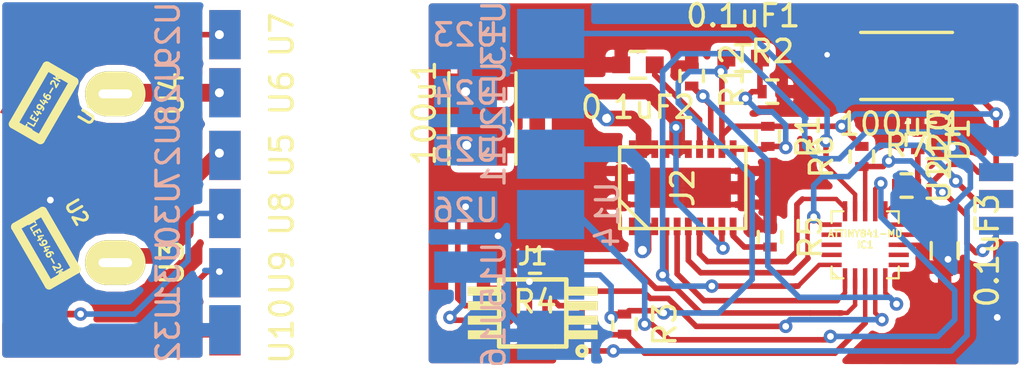
<source format=kicad_pcb>
(kicad_pcb (version 4) (host pcbnew 4.0.2-stable)

  (general
    (links 87)
    (no_connects 7)
    (area 33.451071 160.825 81.465 178.25119)
    (thickness 1.6)
    (drawings 23)
    (tracks 491)
    (zones 0)
    (modules 49)
    (nets 24)
  )

  (page A4)
  (layers
    (0 F.Cu signal)
    (31 B.Cu signal)
    (32 B.Adhes user)
    (33 F.Adhes user)
    (34 B.Paste user)
    (35 F.Paste user)
    (36 B.SilkS user)
    (37 F.SilkS user)
    (38 B.Mask user)
    (39 F.Mask user)
    (40 Dwgs.User user)
    (41 Cmts.User user hide)
    (42 Eco1.User user)
    (43 Eco2.User user)
    (44 Edge.Cuts user)
    (45 Margin user)
    (46 B.CrtYd user)
    (47 F.CrtYd user)
    (48 B.Fab user)
    (49 F.Fab user)
  )

  (setup
    (last_trace_width 0.2)
    (user_trace_width 0.2)
    (user_trace_width 0.3)
    (user_trace_width 0.4)
    (user_trace_width 0.5)
    (user_trace_width 0.7)
    (user_trace_width 0.8)
    (trace_clearance 0.1)
    (zone_clearance 0.3)
    (zone_45_only no)
    (trace_min 0.2)
    (segment_width 0.2)
    (edge_width 0.1)
    (via_size 0.35)
    (via_drill 0.25)
    (via_min_size 0.3)
    (via_min_drill 0.2)
    (user_via 0.4 0.3)
    (user_via 0.5 0.3)
    (user_via 0.6 0.3)
    (user_via 0.7 0.3)
    (user_via 0.7 0.4)
    (uvia_size 0.3)
    (uvia_drill 0.1)
    (uvias_allowed no)
    (uvia_min_size 0.2)
    (uvia_min_drill 0.1)
    (pcb_text_width 0.3)
    (pcb_text_size 1.5 1.5)
    (mod_edge_width 0.15)
    (mod_text_size 1 1)
    (mod_text_width 0.15)
    (pad_size 2 2.7)
    (pad_drill 0.4)
    (pad_to_mask_clearance 0)
    (aux_axis_origin 0 0)
    (grid_origin 82 157.95)
    (visible_elements 7FFCFE19)
    (pcbplotparams
      (layerselection 0x02000_80000000)
      (usegerberextensions false)
      (excludeedgelayer false)
      (linewidth 0.100000)
      (plotframeref false)
      (viasonmask false)
      (mode 1)
      (useauxorigin false)
      (hpglpennumber 1)
      (hpglpenspeed 20)
      (hpglpendiameter 15)
      (hpglpenoverlay 2)
      (psnegative true)
      (psa4output false)
      (plotreference false)
      (plotvalue false)
      (plotinvisibletext false)
      (padsonsilk false)
      (subtractmaskfromsilk false)
      (outputformat 4)
      (mirror false)
      (drillshape 1)
      (scaleselection 1)
      (outputdirectory ""))
  )

  (net 0 "")
  (net 1 +3V3)
  (net 2 "Net-(0.1uF1-Pad2)")
  (net 3 "Net-(0.1uF2-Pad1)")
  (net 4 GND)
  (net 5 VMOT)
  (net 6 DIR)
  (net 7 MCU_RXD0)
  (net 8 MCU_TXD0)
  (net 9 IN2H)
  (net 10 IN1L)
  (net 11 IN1H)
  (net 12 IN2L)
  (net 13 A)
  (net 14 B)
  (net 15 OUT1)
  (net 16 "Net-(J2-Pad11)")
  (net 17 OUT2)
  (net 18 "Net-(IC1-Pad11)")
  (net 19 HALL2)
  (net 20 HALL1)
  (net 21 "Net-(D1-Pad2)")
  (net 22 ADC)
  (net 23 RESET)

  (net_class Default "To jest domyślna klasa połączeń."
    (clearance 0.1)
    (trace_width 0.25)
    (via_dia 0.35)
    (via_drill 0.25)
    (uvia_dia 0.3)
    (uvia_drill 0.1)
    (add_net +3V3)
    (add_net A)
    (add_net ADC)
    (add_net B)
    (add_net DIR)
    (add_net GND)
    (add_net HALL1)
    (add_net HALL2)
    (add_net IN1H)
    (add_net IN1L)
    (add_net IN2H)
    (add_net IN2L)
    (add_net MCU_RXD0)
    (add_net MCU_TXD0)
    (add_net "Net-(0.1uF1-Pad2)")
    (add_net "Net-(0.1uF2-Pad1)")
    (add_net "Net-(D1-Pad2)")
    (add_net "Net-(IC1-Pad11)")
    (add_net "Net-(J2-Pad11)")
    (add_net OUT1)
    (add_net OUT2)
    (add_net RESET)
    (add_net VMOT)
  )

  (net_class one ""
    (clearance 0.1)
    (trace_width 0.5)
    (via_dia 0.6)
    (via_drill 0.35)
    (uvia_dia 0.3)
    (uvia_drill 0.1)
  )

  (module kicad-libraries-master:QFN20-3X3 (layer F.Cu) (tedit 5717C460) (tstamp 5717A32A)
    (at 72.2 172.55)
    (path /56E9859A)
    (fp_text reference IC1 (at 0 0) (layer F.SilkS)
      (effects (font (size 0.3 0.3) (thickness 0.075)))
    )
    (fp_text value ATTINY841-MU (at 0 -0.5) (layer F.SilkS)
      (effects (font (size 0.3 0.3) (thickness 0.075)))
    )
    (fp_line (start -1.4986 -1.4986) (end -0.97282 -1.4986) (layer F.SilkS) (width 0.09906))
    (fp_line (start 0.97282 -1.4986) (end 1.4986 -1.4986) (layer F.SilkS) (width 0.09906))
    (fp_line (start 1.4986 -1.4986) (end 1.4986 -0.97282) (layer F.SilkS) (width 0.09906))
    (fp_line (start 1.4986 0.97282) (end 1.4986 1.4986) (layer F.SilkS) (width 0.09906))
    (fp_line (start -1.4986 1.4986) (end -0.97282 1.4986) (layer F.SilkS) (width 0.09906))
    (fp_line (start 0.97282 1.4986) (end 1.4986 1.4986) (layer F.SilkS) (width 0.09906))
    (fp_line (start -1.4986 -1.4986) (end -1.4986 -0.97282) (layer F.SilkS) (width 0.09906))
    (fp_line (start -1.4986 0.97282) (end -1.4986 1.4986) (layer F.SilkS) (width 0.09906))
    (fp_line (start -1.4986 1.19888) (end -1.19888 1.4986) (layer F.SilkS) (width 0.09906))
    (pad 1 smd rect (at -0.9 1.5 180) (size 0.2 0.89916) (layers F.Cu F.Paste F.Mask)
      (net 10 IN1L))
    (pad 2 smd rect (at -0.45 1.5 180) (size 0.2 0.89916) (layers F.Cu F.Paste F.Mask)
      (net 6 DIR))
    (pad 3 smd rect (at 0 1.4986 180) (size 0.2 0.89916) (layers F.Cu F.Paste F.Mask)
      (net 7 MCU_RXD0))
    (pad 4 smd rect (at 0.45 1.5 180) (size 0.2 0.89916) (layers F.Cu F.Paste F.Mask)
      (net 8 MCU_TXD0))
    (pad 5 smd rect (at 0.9 1.5 180) (size 0.2 0.89916) (layers F.Cu F.Paste F.Mask)
      (net 22 ADC))
    (pad 6 smd rect (at 1.5 0.9 270) (size 0.2 0.89916) (layers F.Cu F.Paste F.Mask))
    (pad 7 smd rect (at 1.5 0.45 270) (size 0.2 0.89916) (layers F.Cu F.Paste F.Mask))
    (pad 8 smd rect (at 1.4986 0 270) (size 0.2 0.89916) (layers F.Cu F.Paste F.Mask)
      (net 4 GND))
    (pad 9 smd rect (at 1.5 -0.45 270) (size 0.2 0.89916) (layers F.Cu F.Paste F.Mask)
      (net 1 +3V3))
    (pad 10 smd rect (at 1.5 -0.9 270) (size 0.2 0.89916) (layers F.Cu F.Paste F.Mask))
    (pad 11 smd rect (at 0.9 -1.5) (size 0.2 0.89916) (layers F.Cu F.Paste F.Mask)
      (net 18 "Net-(IC1-Pad11)"))
    (pad 12 smd rect (at 0.45 -1.5) (size 0.2 0.89916) (layers F.Cu F.Paste F.Mask)
      (net 19 HALL2))
    (pad 13 smd rect (at 0 -1.4986) (size 0.2 0.89916) (layers F.Cu F.Paste F.Mask)
      (net 23 RESET))
    (pad 14 smd rect (at -0.45 -1.5) (size 0.2 0.89916) (layers F.Cu F.Paste F.Mask)
      (net 20 HALL1))
    (pad 15 smd rect (at -0.9 -1.5) (size 0.2 0.89916) (layers F.Cu F.Paste F.Mask)
      (net 12 IN2L))
    (pad 16 smd rect (at -1.5 -0.9 90) (size 0.2 0.89916) (layers F.Cu F.Paste F.Mask)
      (net 9 IN2H))
    (pad 17 smd rect (at -1.5 -0.45 90) (size 0.2 0.89916) (layers F.Cu F.Paste F.Mask))
    (pad 18 smd rect (at -1.4986 0 90) (size 0.2 0.89916) (layers F.Cu F.Paste F.Mask))
    (pad 19 smd rect (at -1.5 0.45 90) (size 0.2 0.89916) (layers F.Cu F.Paste F.Mask))
    (pad 20 smd rect (at -1.5 0.9 90) (size 0.2 0.89916) (layers F.Cu F.Paste F.Mask)
      (net 11 IN1H))
  )

  (module kicad-libraries-master:SOT23-3 (layer F.Cu) (tedit 4D12768E) (tstamp 56EDAD87)
    (at 35.6 172.7 120)
    (path /56EDAD7D)
    (fp_text reference U2 (at 0.70104 1.99898 120) (layer F.SilkS)
      (effects (font (size 0.59944 0.59944) (thickness 0.12446)))
    )
    (fp_text value TLE4946-2K (at 0 0 120) (layer F.SilkS)
      (effects (font (size 0.29972 0.29972) (thickness 0.07112)))
    )
    (fp_line (start 1.50114 -0.70104) (end 1.50114 0.70104) (layer F.SilkS) (width 0.39878))
    (fp_line (start 1.50114 0.70104) (end -1.50114 0.70104) (layer F.SilkS) (width 0.39878))
    (fp_line (start -1.50114 0.70104) (end -1.50114 -0.70104) (layer F.SilkS) (width 0.39878))
    (fp_line (start -1.50114 -0.70104) (end 1.50114 -0.70104) (layer F.SilkS) (width 0.39878))
    (pad 1 smd rect (at 0.889 -1.016 120) (size 0.9144 0.9144) (layers F.Cu F.Paste F.Mask)
      (net 1 +3V3))
    (pad 2 smd rect (at -0.889 -1.016 120) (size 0.9144 0.9144) (layers F.Cu F.Paste F.Mask)
      (net 19 HALL2))
    (pad 3 smd rect (at 0 1.00076 120) (size 0.9144 0.9144) (layers F.Cu F.Paste F.Mask)
      (net 4 GND))
  )

  (module pad_round:pad_zlacze (layer B.Cu) (tedit 57169577) (tstamp 56FC0706)
    (at 54.35 173.55)
    (path /56FC27DC)
    (fp_text reference U26 (at 0 -2.54) (layer B.SilkS)
      (effects (font (size 1 1) (thickness 0.15)) (justify mirror))
    )
    (fp_text value pad (at 0 2.54) (layer B.Fab)
      (effects (font (size 1 1) (thickness 0.15)) (justify mirror))
    )
    (pad 1 smd rect (at 0 0) (size 2.8 1.4) (layers B.Cu B.Paste B.Mask)
      (net 14 B))
  )

  (module SN65HVD3082EDGK:VSSOP8_P0.65mm_W3mm (layer F.Cu) (tedit 0) (tstamp 56ED96ED)
    (at 57.35 175.6 180)
    (path /56E9E20E)
    (solder_mask_margin 0.0762)
    (solder_paste_margin -0.0254)
    (attr smd)
    (fp_text reference J1 (at 0 2.54 180) (layer F.SilkS)
      (effects (font (size 0.762 0.762) (thickness 0.1524)))
    )
    (fp_text value SN65HVD3082EDGK (at 0 0 180) (layer F.SilkS) hide
      (effects (font (size 0.762 0.762) (thickness 0.1524)))
    )
    (fp_circle (center -2.2 -1.7) (end -2.2 -1.5) (layer F.SilkS) (width 0.2032))
    (fp_line (start -1 -1.5) (end -1.5 -1.5) (layer F.SilkS) (width 0.2032))
    (fp_line (start -1.5 -1.5) (end -1.5 -1) (layer F.SilkS) (width 0.2032))
    (fp_line (start -1 -1.5) (end 1.5 -1.5) (layer F.SilkS) (width 0.2032))
    (fp_line (start -1.5 -1) (end -1.5 1.5) (layer F.SilkS) (width 0.2032))
    (fp_line (start -1.5 1.5) (end 1.5 1.5) (layer F.SilkS) (width 0.2032))
    (fp_line (start 1.5 1.5) (end 1.5 -1.5) (layer F.SilkS) (width 0.2032))
    (pad 1 smd rect (at -2.2 -0.975 180) (size 1.4 0.4) (layers F.Cu F.Paste F.SilkS F.Mask)
      (net 7 MCU_RXD0))
    (pad 2 smd rect (at -2.2 -0.325 180) (size 1.4 0.4) (layers F.Cu F.Paste F.SilkS F.Mask)
      (net 6 DIR))
    (pad 3 smd rect (at -2.2 0.325 180) (size 1.4 0.4) (layers F.Cu F.Paste F.SilkS F.Mask)
      (net 6 DIR))
    (pad 4 smd rect (at -2.2 0.975 180) (size 1.4 0.4) (layers F.Cu F.Paste F.SilkS F.Mask)
      (net 8 MCU_TXD0))
    (pad 5 smd rect (at 2.2 0.975 180) (size 1.4 0.4) (layers F.Cu F.Paste F.SilkS F.Mask)
      (net 4 GND))
    (pad 6 smd rect (at 2.2 0.325 180) (size 1.4 0.4) (layers F.Cu F.Paste F.SilkS F.Mask)
      (net 13 A))
    (pad 7 smd rect (at 2.2 -0.325 180) (size 1.4 0.4) (layers F.Cu F.Paste F.SilkS F.Mask)
      (net 14 B))
    (pad 8 smd rect (at 2.2 -0.975 180) (size 1.4 0.4) (layers F.Cu F.Paste F.SilkS F.Mask)
      (net 1 +3V3))
  )

  (module Resistors_SMD:R_0402 (layer F.Cu) (tedit 5415CBB8) (tstamp 56ED973A)
    (at 68.05 165.7)
    (descr "Resistor SMD 0402, reflow soldering, Vishay (see dcrcw.pdf)")
    (tags "resistor 0402")
    (path /56E9A5B2)
    (attr smd)
    (fp_text reference R2 (at 0 -1.8) (layer F.SilkS)
      (effects (font (size 1 1) (thickness 0.15)))
    )
    (fp_text value 40.2K (at 0 1.8) (layer F.Fab)
      (effects (font (size 1 1) (thickness 0.15)))
    )
    (fp_line (start -0.95 -0.65) (end 0.95 -0.65) (layer F.CrtYd) (width 0.05))
    (fp_line (start -0.95 0.65) (end 0.95 0.65) (layer F.CrtYd) (width 0.05))
    (fp_line (start -0.95 -0.65) (end -0.95 0.65) (layer F.CrtYd) (width 0.05))
    (fp_line (start 0.95 -0.65) (end 0.95 0.65) (layer F.CrtYd) (width 0.05))
    (fp_line (start 0.25 -0.525) (end -0.25 -0.525) (layer F.SilkS) (width 0.15))
    (fp_line (start -0.25 0.525) (end 0.25 0.525) (layer F.SilkS) (width 0.15))
    (pad 1 smd rect (at -0.45 0) (size 0.4 0.6) (layers F.Cu F.Paste F.Mask)
      (net 2 "Net-(0.1uF1-Pad2)"))
    (pad 2 smd rect (at 0.45 0) (size 0.4 0.6) (layers F.Cu F.Paste F.Mask)
      (net 4 GND))
    (model Resistors_SMD.3dshapes/R_0402.wrl
      (at (xyz 0 0 0))
      (scale (xyz 1 1 1))
      (rotate (xyz 0 0 0))
    )
  )

  (module Capacitors_SMD:C_0603 (layer F.Cu) (tedit 5415D631) (tstamp 56ED9685)
    (at 62.05 164.5 180)
    (descr "Capacitor SMD 0603, reflow soldering, AVX (see smccp.pdf)")
    (tags "capacitor 0603")
    (path /56E9D608)
    (attr smd)
    (fp_text reference 0.1uF2 (at 0 -1.9 180) (layer F.SilkS)
      (effects (font (size 1 1) (thickness 0.15)))
    )
    (fp_text value C (at 0 1.9 180) (layer F.Fab)
      (effects (font (size 1 1) (thickness 0.15)))
    )
    (fp_line (start -1.45 -0.75) (end 1.45 -0.75) (layer F.CrtYd) (width 0.05))
    (fp_line (start -1.45 0.75) (end 1.45 0.75) (layer F.CrtYd) (width 0.05))
    (fp_line (start -1.45 -0.75) (end -1.45 0.75) (layer F.CrtYd) (width 0.05))
    (fp_line (start 1.45 -0.75) (end 1.45 0.75) (layer F.CrtYd) (width 0.05))
    (fp_line (start -0.35 -0.6) (end 0.35 -0.6) (layer F.SilkS) (width 0.15))
    (fp_line (start 0.35 0.6) (end -0.35 0.6) (layer F.SilkS) (width 0.15))
    (pad 1 smd rect (at -0.75 0 180) (size 0.8 0.75) (layers F.Cu F.Paste F.Mask)
      (net 3 "Net-(0.1uF2-Pad1)"))
    (pad 2 smd rect (at 0.75 0 180) (size 0.8 0.75) (layers F.Cu F.Paste F.Mask)
      (net 4 GND))
    (model Capacitors_SMD.3dshapes/C_0603.wrl
      (at (xyz 0 0 0))
      (scale (xyz 1 1 1))
      (rotate (xyz 0 0 0))
    )
  )

  (module Resistors_SMD:R_0402 (layer F.Cu) (tedit 5415CBB8) (tstamp 56ED976A)
    (at 72.05 168.6 90)
    (descr "Resistor SMD 0402, reflow soldering, Vishay (see dcrcw.pdf)")
    (tags "resistor 0402")
    (path /56EA4D46)
    (attr smd)
    (fp_text reference R6 (at 0 -1.8 90) (layer F.SilkS)
      (effects (font (size 1 1) (thickness 0.15)))
    )
    (fp_text value 10K (at 0 1.8 90) (layer F.Fab)
      (effects (font (size 1 1) (thickness 0.15)))
    )
    (fp_line (start -0.95 -0.65) (end 0.95 -0.65) (layer F.CrtYd) (width 0.05))
    (fp_line (start -0.95 0.65) (end 0.95 0.65) (layer F.CrtYd) (width 0.05))
    (fp_line (start -0.95 -0.65) (end -0.95 0.65) (layer F.CrtYd) (width 0.05))
    (fp_line (start 0.95 -0.65) (end 0.95 0.65) (layer F.CrtYd) (width 0.05))
    (fp_line (start 0.25 -0.525) (end -0.25 -0.525) (layer F.SilkS) (width 0.15))
    (fp_line (start -0.25 0.525) (end 0.25 0.525) (layer F.SilkS) (width 0.15))
    (pad 1 smd rect (at -0.45 0 90) (size 0.4 0.6) (layers F.Cu F.Paste F.Mask)
      (net 23 RESET))
    (pad 2 smd rect (at 0.45 0 90) (size 0.4 0.6) (layers F.Cu F.Paste F.Mask)
      (net 1 +3V3))
    (model Resistors_SMD.3dshapes/R_0402.wrl
      (at (xyz 0 0 0))
      (scale (xyz 1 1 1))
      (rotate (xyz 0 0 0))
    )
  )

  (module Capacitors_SMD:C_0603 (layer F.Cu) (tedit 5415D631) (tstamp 56ED9679)
    (at 66.75 164.2)
    (descr "Capacitor SMD 0603, reflow soldering, AVX (see smccp.pdf)")
    (tags "capacitor 0603")
    (path /56E9A2E3)
    (attr smd)
    (fp_text reference 0.1uF1 (at 0 -1.9) (layer F.SilkS)
      (effects (font (size 1 1) (thickness 0.15)))
    )
    (fp_text value C (at 0 1.9) (layer F.Fab)
      (effects (font (size 1 1) (thickness 0.15)))
    )
    (fp_line (start -1.45 -0.75) (end 1.45 -0.75) (layer F.CrtYd) (width 0.05))
    (fp_line (start -1.45 0.75) (end 1.45 0.75) (layer F.CrtYd) (width 0.05))
    (fp_line (start -1.45 -0.75) (end -1.45 0.75) (layer F.CrtYd) (width 0.05))
    (fp_line (start 1.45 -0.75) (end 1.45 0.75) (layer F.CrtYd) (width 0.05))
    (fp_line (start -0.35 -0.6) (end 0.35 -0.6) (layer F.SilkS) (width 0.15))
    (fp_line (start 0.35 0.6) (end -0.35 0.6) (layer F.SilkS) (width 0.15))
    (pad 1 smd rect (at -0.75 0) (size 0.8 0.75) (layers F.Cu F.Paste F.Mask)
      (net 1 +3V3))
    (pad 2 smd rect (at 0.75 0) (size 0.8 0.75) (layers F.Cu F.Paste F.Mask)
      (net 2 "Net-(0.1uF1-Pad2)"))
    (model Capacitors_SMD.3dshapes/C_0603.wrl
      (at (xyz 0 0 0))
      (scale (xyz 1 1 1))
      (rotate (xyz 0 0 0))
    )
  )

  (module Resistors_SMD:R_0402 (layer F.Cu) (tedit 5415CBB8) (tstamp 56ED972E)
    (at 67.85 167.7 270)
    (descr "Resistor SMD 0402, reflow soldering, Vishay (see dcrcw.pdf)")
    (tags "resistor 0402")
    (path /56E9A231)
    (attr smd)
    (fp_text reference R1 (at 0 -1.8 270) (layer F.SilkS)
      (effects (font (size 1 1) (thickness 0.15)))
    )
    (fp_text value 127K (at 0 1.8 270) (layer F.Fab)
      (effects (font (size 1 1) (thickness 0.15)))
    )
    (fp_line (start -0.95 -0.65) (end 0.95 -0.65) (layer F.CrtYd) (width 0.05))
    (fp_line (start -0.95 0.65) (end 0.95 0.65) (layer F.CrtYd) (width 0.05))
    (fp_line (start -0.95 -0.65) (end -0.95 0.65) (layer F.CrtYd) (width 0.05))
    (fp_line (start 0.95 -0.65) (end 0.95 0.65) (layer F.CrtYd) (width 0.05))
    (fp_line (start 0.25 -0.525) (end -0.25 -0.525) (layer F.SilkS) (width 0.15))
    (fp_line (start -0.25 0.525) (end 0.25 0.525) (layer F.SilkS) (width 0.15))
    (pad 1 smd rect (at -0.45 0 270) (size 0.4 0.6) (layers F.Cu F.Paste F.Mask)
      (net 1 +3V3))
    (pad 2 smd rect (at 0.45 0 270) (size 0.4 0.6) (layers F.Cu F.Paste F.Mask)
      (net 2 "Net-(0.1uF1-Pad2)"))
    (model Resistors_SMD.3dshapes/R_0402.wrl
      (at (xyz 0 0 0))
      (scale (xyz 1 1 1))
      (rotate (xyz 0 0 0))
    )
  )

  (module Resistors_SMD:R_0402 (layer F.Cu) (tedit 5415CBB8) (tstamp 56ED9746)
    (at 61.45 176.1 270)
    (descr "Resistor SMD 0402, reflow soldering, Vishay (see dcrcw.pdf)")
    (tags "resistor 0402")
    (path /56EA4030)
    (attr smd)
    (fp_text reference R3 (at 0 -1.8 270) (layer F.SilkS)
      (effects (font (size 1 1) (thickness 0.15)))
    )
    (fp_text value 10K (at 0 1.8 270) (layer F.Fab)
      (effects (font (size 1 1) (thickness 0.15)))
    )
    (fp_line (start -0.95 -0.65) (end 0.95 -0.65) (layer F.CrtYd) (width 0.05))
    (fp_line (start -0.95 0.65) (end 0.95 0.65) (layer F.CrtYd) (width 0.05))
    (fp_line (start -0.95 -0.65) (end -0.95 0.65) (layer F.CrtYd) (width 0.05))
    (fp_line (start 0.95 -0.65) (end 0.95 0.65) (layer F.CrtYd) (width 0.05))
    (fp_line (start 0.25 -0.525) (end -0.25 -0.525) (layer F.SilkS) (width 0.15))
    (fp_line (start -0.25 0.525) (end 0.25 0.525) (layer F.SilkS) (width 0.15))
    (pad 1 smd rect (at -0.45 0 270) (size 0.4 0.6) (layers F.Cu F.Paste F.Mask)
      (net 1 +3V3))
    (pad 2 smd rect (at 0.45 0 270) (size 0.4 0.6) (layers F.Cu F.Paste F.Mask)
      (net 7 MCU_RXD0))
    (model Resistors_SMD.3dshapes/R_0402.wrl
      (at (xyz 0 0 0))
      (scale (xyz 1 1 1))
      (rotate (xyz 0 0 0))
    )
  )

  (module Resistors_SMD:R_0402 (layer F.Cu) (tedit 5415CBB8) (tstamp 56ED9752)
    (at 57.45 173.3 180)
    (descr "Resistor SMD 0402, reflow soldering, Vishay (see dcrcw.pdf)")
    (tags "resistor 0402")
    (path /56EA332A)
    (attr smd)
    (fp_text reference R4 (at 0 -1.8 180) (layer F.SilkS)
      (effects (font (size 1 1) (thickness 0.15)))
    )
    (fp_text value 10K (at 0 1.8 180) (layer F.Fab)
      (effects (font (size 1 1) (thickness 0.15)))
    )
    (fp_line (start -0.95 -0.65) (end 0.95 -0.65) (layer F.CrtYd) (width 0.05))
    (fp_line (start -0.95 0.65) (end 0.95 0.65) (layer F.CrtYd) (width 0.05))
    (fp_line (start -0.95 -0.65) (end -0.95 0.65) (layer F.CrtYd) (width 0.05))
    (fp_line (start 0.95 -0.65) (end 0.95 0.65) (layer F.CrtYd) (width 0.05))
    (fp_line (start 0.25 -0.525) (end -0.25 -0.525) (layer F.SilkS) (width 0.15))
    (fp_line (start -0.25 0.525) (end 0.25 0.525) (layer F.SilkS) (width 0.15))
    (pad 1 smd rect (at -0.45 0 180) (size 0.4 0.6) (layers F.Cu F.Paste F.Mask)
      (net 6 DIR))
    (pad 2 smd rect (at 0.45 0 180) (size 0.4 0.6) (layers F.Cu F.Paste F.Mask)
      (net 4 GND))
    (model Resistors_SMD.3dshapes/R_0402.wrl
      (at (xyz 0 0 0))
      (scale (xyz 1 1 1))
      (rotate (xyz 0 0 0))
    )
  )

  (module Resistors_SMD:R_0402 (layer F.Cu) (tedit 5415CBB8) (tstamp 56ED975E)
    (at 67.95 172.2 270)
    (descr "Resistor SMD 0402, reflow soldering, Vishay (see dcrcw.pdf)")
    (tags "resistor 0402")
    (path /56E9C558)
    (attr smd)
    (fp_text reference R5 (at 0 -1.8 270) (layer F.SilkS)
      (effects (font (size 1 1) (thickness 0.15)))
    )
    (fp_text value 2.4K (at 0 1.8 270) (layer F.Fab)
      (effects (font (size 1 1) (thickness 0.15)))
    )
    (fp_line (start -0.95 -0.65) (end 0.95 -0.65) (layer F.CrtYd) (width 0.05))
    (fp_line (start -0.95 0.65) (end 0.95 0.65) (layer F.CrtYd) (width 0.05))
    (fp_line (start -0.95 -0.65) (end -0.95 0.65) (layer F.CrtYd) (width 0.05))
    (fp_line (start 0.95 -0.65) (end 0.95 0.65) (layer F.CrtYd) (width 0.05))
    (fp_line (start 0.25 -0.525) (end -0.25 -0.525) (layer F.SilkS) (width 0.15))
    (fp_line (start -0.25 0.525) (end 0.25 0.525) (layer F.SilkS) (width 0.15))
    (pad 1 smd rect (at -0.45 0 270) (size 0.4 0.6) (layers F.Cu F.Paste F.Mask)
      (net 4 GND))
    (pad 2 smd rect (at 0.45 0 270) (size 0.4 0.6) (layers F.Cu F.Paste F.Mask)
      (net 16 "Net-(J2-Pad11)"))
    (model Resistors_SMD.3dshapes/R_0402.wrl
      (at (xyz 0 0 0))
      (scale (xyz 1 1 1))
      (rotate (xyz 0 0 0))
    )
  )

  (module Resistors_SMD:R_0402 (layer F.Cu) (tedit 5415CBB8) (tstamp 56EDB016)
    (at 74.55 167.85 270)
    (descr "Resistor SMD 0402, reflow soldering, Vishay (see dcrcw.pdf)")
    (tags "resistor 0402")
    (path /56EE0F47)
    (attr smd)
    (fp_text reference D1 (at 0 -1.8 270) (layer F.SilkS)
      (effects (font (size 1 1) (thickness 0.15)))
    )
    (fp_text value LED (at 0 1.8 270) (layer F.Fab)
      (effects (font (size 1 1) (thickness 0.15)))
    )
    (fp_line (start -0.95 -0.65) (end 0.95 -0.65) (layer F.CrtYd) (width 0.05))
    (fp_line (start -0.95 0.65) (end 0.95 0.65) (layer F.CrtYd) (width 0.05))
    (fp_line (start -0.95 -0.65) (end -0.95 0.65) (layer F.CrtYd) (width 0.05))
    (fp_line (start 0.95 -0.65) (end 0.95 0.65) (layer F.CrtYd) (width 0.05))
    (fp_line (start 0.25 -0.525) (end -0.25 -0.525) (layer F.SilkS) (width 0.15))
    (fp_line (start -0.25 0.525) (end 0.25 0.525) (layer F.SilkS) (width 0.15))
    (pad 1 smd rect (at -0.45 0 270) (size 0.4 0.6) (layers F.Cu F.Paste F.Mask)
      (net 4 GND))
    (pad 2 smd rect (at 0.45 0 270) (size 0.4 0.6) (layers F.Cu F.Paste F.Mask)
      (net 21 "Net-(D1-Pad2)"))
    (model Resistors_SMD.3dshapes/R_0402.wrl
      (at (xyz 0 0 0))
      (scale (xyz 1 1 1))
      (rotate (xyz 0 0 0))
    )
  )

  (module Resistors_SMD:R_0402 (layer F.Cu) (tedit 5415CBB8) (tstamp 56EDB022)
    (at 74.05 169.9)
    (descr "Resistor SMD 0402, reflow soldering, Vishay (see dcrcw.pdf)")
    (tags "resistor 0402")
    (path /56EE0EF1)
    (attr smd)
    (fp_text reference R7 (at 0 -1.8) (layer F.SilkS)
      (effects (font (size 1 1) (thickness 0.15)))
    )
    (fp_text value 220R (at 0 1.8) (layer F.Fab)
      (effects (font (size 1 1) (thickness 0.15)))
    )
    (fp_line (start -0.95 -0.65) (end 0.95 -0.65) (layer F.CrtYd) (width 0.05))
    (fp_line (start -0.95 0.65) (end 0.95 0.65) (layer F.CrtYd) (width 0.05))
    (fp_line (start -0.95 -0.65) (end -0.95 0.65) (layer F.CrtYd) (width 0.05))
    (fp_line (start 0.95 -0.65) (end 0.95 0.65) (layer F.CrtYd) (width 0.05))
    (fp_line (start 0.25 -0.525) (end -0.25 -0.525) (layer F.SilkS) (width 0.15))
    (fp_line (start -0.25 0.525) (end 0.25 0.525) (layer F.SilkS) (width 0.15))
    (pad 1 smd rect (at -0.45 0) (size 0.4 0.6) (layers F.Cu F.Paste F.Mask)
      (net 18 "Net-(IC1-Pad11)"))
    (pad 2 smd rect (at 0.45 0) (size 0.4 0.6) (layers F.Cu F.Paste F.Mask)
      (net 21 "Net-(D1-Pad2)"))
    (model Resistors_SMD.3dshapes/R_0402.wrl
      (at (xyz 0 0 0))
      (scale (xyz 1 1 1))
      (rotate (xyz 0 0 0))
    )
  )

  (module Capacitors_SMD:C_0603 (layer F.Cu) (tedit 5415D631) (tstamp 56EDDA50)
    (at 75.75 172.8 270)
    (descr "Capacitor SMD 0603, reflow soldering, AVX (see smccp.pdf)")
    (tags "capacitor 0603")
    (path /56EE284A)
    (attr smd)
    (fp_text reference 0.1uF3 (at 0 -1.9 270) (layer F.SilkS)
      (effects (font (size 1 1) (thickness 0.15)))
    )
    (fp_text value C (at 0 1.9 270) (layer F.Fab)
      (effects (font (size 1 1) (thickness 0.15)))
    )
    (fp_line (start -1.45 -0.75) (end 1.45 -0.75) (layer F.CrtYd) (width 0.05))
    (fp_line (start -1.45 0.75) (end 1.45 0.75) (layer F.CrtYd) (width 0.05))
    (fp_line (start -1.45 -0.75) (end -1.45 0.75) (layer F.CrtYd) (width 0.05))
    (fp_line (start 1.45 -0.75) (end 1.45 0.75) (layer F.CrtYd) (width 0.05))
    (fp_line (start -0.35 -0.6) (end 0.35 -0.6) (layer F.SilkS) (width 0.15))
    (fp_line (start 0.35 0.6) (end -0.35 0.6) (layer F.SilkS) (width 0.15))
    (pad 1 smd rect (at -0.75 0 270) (size 0.8 0.75) (layers F.Cu F.Paste F.Mask)
      (net 1 +3V3))
    (pad 2 smd rect (at 0.75 0 270) (size 0.8 0.75) (layers F.Cu F.Paste F.Mask)
      (net 4 GND))
    (model Capacitors_SMD.3dshapes/C_0603.wrl
      (at (xyz 0 0 0))
      (scale (xyz 1 1 1))
      (rotate (xyz 0 0 0))
    )
  )

  (module pad_round:pad_round (layer F.Cu) (tedit 57169E6A) (tstamp 56EF1853)
    (at 38.7 173.35 90)
    (path /56EF3BBC)
    (fp_text reference U3 (at 0 2.54 90) (layer F.SilkS)
      (effects (font (size 1 1) (thickness 0.15)))
    )
    (fp_text value pad_round (at 0 -2.54 90) (layer F.Fab)
      (effects (font (size 1 1) (thickness 0.15)))
    )
    (pad 1 thru_hole oval (at 0 0 90) (size 2 2.7) (drill oval 0.4 1.5) (layers *.Cu *.Mask F.SilkS)
      (net 15 OUT1))
  )

  (module pad_round:pad_round (layer F.Cu) (tedit 57169E7F) (tstamp 56EF1858)
    (at 38.7 165.8 90)
    (path /56EF3C44)
    (fp_text reference U4 (at 0 2.54 90) (layer F.SilkS)
      (effects (font (size 1 1) (thickness 0.15)))
    )
    (fp_text value pad_round (at 0 -2.54 90) (layer F.Fab)
      (effects (font (size 1 1) (thickness 0.15)))
    )
    (pad 1 thru_hole oval (at 0 0 90) (size 2 2.7) (drill oval 0.4 1.5) (layers *.Cu *.Mask F.SilkS)
      (net 17 OUT2))
  )

  (module pad_round:pad_square (layer B.Cu) (tedit 56EF1764) (tstamp 56EF1DF6)
    (at 58.15 168.5 90)
    (path /56EFC0B5)
    (fp_text reference U11 (at 0 -2.54 90) (layer B.SilkS)
      (effects (font (size 1 1) (thickness 0.15)) (justify mirror))
    )
    (fp_text value pad (at 0 2.54 90) (layer B.Fab)
      (effects (font (size 1 1) (thickness 0.15)) (justify mirror))
    )
    (pad 1 smd trapezoid (at 0 0 90) (size 2.2 3) (layers B.Cu B.Paste B.Mask)
      (net 15 OUT1))
  )

  (module pad_round:pad_square (layer B.Cu) (tedit 56EF1764) (tstamp 56EF1DFB)
    (at 58.15 165.8 90)
    (path /56EFC12C)
    (fp_text reference U12 (at 0 -2.54 90) (layer B.SilkS)
      (effects (font (size 1 1) (thickness 0.15)) (justify mirror))
    )
    (fp_text value pad (at 0 2.54 90) (layer B.Fab)
      (effects (font (size 1 1) (thickness 0.15)) (justify mirror))
    )
    (pad 1 smd trapezoid (at 0 0 90) (size 2.2 3) (layers B.Cu B.Paste B.Mask)
      (net 17 OUT2))
  )

  (module pad_round:pad_square (layer B.Cu) (tedit 56EF1764) (tstamp 56EF1E00)
    (at 58.15 163.1 90)
    (path /56EFC472)
    (fp_text reference U13 (at 0 -2.54 90) (layer B.SilkS)
      (effects (font (size 1 1) (thickness 0.15)) (justify mirror))
    )
    (fp_text value pad (at 0 2.54 90) (layer B.Fab)
      (effects (font (size 1 1) (thickness 0.15)) (justify mirror))
    )
    (pad 1 smd trapezoid (at 0 0 90) (size 2.2 3) (layers B.Cu B.Paste B.Mask)
      (net 20 HALL1))
  )

  (module pad_round:pad_square (layer B.Cu) (tedit 56EF1764) (tstamp 56EF1E05)
    (at 58.15 171.2 270)
    (path /56EFC4E9)
    (fp_text reference U14 (at 0 -2.54 270) (layer B.SilkS)
      (effects (font (size 1 1) (thickness 0.15)) (justify mirror))
    )
    (fp_text value pad (at 0 2.54 270) (layer B.Fab)
      (effects (font (size 1 1) (thickness 0.15)) (justify mirror))
    )
    (pad 1 smd trapezoid (at 0 0 270) (size 2.2 3) (layers B.Cu B.Paste B.Mask)
      (net 19 HALL2))
  )

  (module pad_round:pad_square (layer B.Cu) (tedit 56EF1764) (tstamp 56EF1E0A)
    (at 58.15 173.9 90)
    (path /56EFC567)
    (fp_text reference U15 (at 0 -2.54 90) (layer B.SilkS)
      (effects (font (size 1 1) (thickness 0.15)) (justify mirror))
    )
    (fp_text value pad (at 0 2.54 90) (layer B.Fab)
      (effects (font (size 1 1) (thickness 0.15)) (justify mirror))
    )
    (pad 1 smd trapezoid (at 0 0 90) (size 2.2 3) (layers B.Cu B.Paste B.Mask)
      (net 1 +3V3))
  )

  (module pad_round:pad_square (layer B.Cu) (tedit 56EF1764) (tstamp 56EF1E0F)
    (at 58.15 176.6 90)
    (path /56EFC5E8)
    (fp_text reference U16 (at 0 -2.54 90) (layer B.SilkS)
      (effects (font (size 1 1) (thickness 0.15)) (justify mirror))
    )
    (fp_text value pad (at 0 2.54 90) (layer B.Fab)
      (effects (font (size 1 1) (thickness 0.15)) (justify mirror))
    )
    (pad 1 smd trapezoid (at 0 0 90) (size 2.2 3) (layers B.Cu B.Paste B.Mask)
      (net 4 GND))
  )

  (module Resistors_SMD:R_0402 (layer F.Cu) (tedit 5415CBB8) (tstamp 56F5AA65)
    (at 64.45 165 270)
    (descr "Resistor SMD 0402, reflow soldering, Vishay (see dcrcw.pdf)")
    (tags "resistor 0402")
    (path /56E9DA58)
    (attr smd)
    (fp_text reference R12 (at 0 -1.8 270) (layer F.SilkS)
      (effects (font (size 1 1) (thickness 0.15)))
    )
    (fp_text value 1K (at 0 1.8 270) (layer F.Fab)
      (effects (font (size 1 1) (thickness 0.15)))
    )
    (fp_line (start -0.95 -0.65) (end 0.95 -0.65) (layer F.CrtYd) (width 0.05))
    (fp_line (start -0.95 0.65) (end 0.95 0.65) (layer F.CrtYd) (width 0.05))
    (fp_line (start -0.95 -0.65) (end -0.95 0.65) (layer F.CrtYd) (width 0.05))
    (fp_line (start 0.95 -0.65) (end 0.95 0.65) (layer F.CrtYd) (width 0.05))
    (fp_line (start 0.25 -0.525) (end -0.25 -0.525) (layer F.SilkS) (width 0.15))
    (fp_line (start -0.25 0.525) (end 0.25 0.525) (layer F.SilkS) (width 0.15))
    (pad 1 smd rect (at -0.45 0 270) (size 0.4 0.6) (layers F.Cu F.Paste F.Mask)
      (net 4 GND))
    (pad 2 smd rect (at 0.45 0 270) (size 0.4 0.6) (layers F.Cu F.Paste F.Mask)
      (net 22 ADC))
    (model Resistors_SMD.3dshapes/R_0402.wrl
      (at (xyz 0 0 0))
      (scale (xyz 1 1 1))
      (rotate (xyz 0 0 0))
    )
  )

  (module pad_round:pad_isp (layer B.Cu) (tedit 56F69507) (tstamp 56F6964F)
    (at 78.05 169.3 270)
    (path /56F6A110)
    (fp_text reference U17 (at -1.27 -2.54 270) (layer B.SilkS)
      (effects (font (size 1 1) (thickness 0.15)) (justify mirror))
    )
    (fp_text value MISO (at -1.27 2.54 270) (layer B.Fab)
      (effects (font (size 1 1) (thickness 0.15)) (justify mirror))
    )
    (pad 1 smd rect (at 0 0 270) (size 0.8 1.524) (layers B.Cu B.Paste B.Mask)
      (net 11 IN1H))
  )

  (module pad_round:pad_isp (layer B.Cu) (tedit 56F69507) (tstamp 56F69654)
    (at 78.05 170.5 270)
    (path /56F6A710)
    (fp_text reference U18 (at -1.27 -2.54 270) (layer B.SilkS)
      (effects (font (size 1 1) (thickness 0.15)) (justify mirror))
    )
    (fp_text value SCK (at -1.27 2.54 270) (layer B.Fab)
      (effects (font (size 1 1) (thickness 0.15)) (justify mirror))
    )
    (pad 1 smd rect (at 0 0 270) (size 0.8 1.524) (layers B.Cu B.Paste B.Mask)
      (net 6 DIR))
  )

  (module pad_round:pad_isp (layer B.Cu) (tedit 56F69507) (tstamp 56F69659)
    (at 78.05 171.7 270)
    (path /56F6A794)
    (fp_text reference U19 (at -1.27 -2.54 270) (layer B.SilkS)
      (effects (font (size 1 1) (thickness 0.15)) (justify mirror))
    )
    (fp_text value RESET (at -1.27 2.54 270) (layer B.Fab)
      (effects (font (size 1 1) (thickness 0.15)) (justify mirror))
    )
    (pad 1 smd rect (at 0 0 270) (size 0.8 1.524) (layers B.Cu B.Paste B.Mask)
      (net 23 RESET))
  )

  (module pad_round:pad_isp (layer F.Cu) (tedit 56F69507) (tstamp 56F6965E)
    (at 78.05 169.3 270)
    (path /56F6A81F)
    (fp_text reference U20 (at -1.27 2.54 270) (layer F.SilkS)
      (effects (font (size 1 1) (thickness 0.15)))
    )
    (fp_text value pad (at -1.27 -2.54 270) (layer F.Fab)
      (effects (font (size 1 1) (thickness 0.15)))
    )
    (pad 1 smd rect (at 0 0 270) (size 0.8 1.524) (layers F.Cu F.Paste F.Mask)
      (net 1 +3V3))
  )

  (module pad_round:pad_isp (layer F.Cu) (tedit 56F69507) (tstamp 56F69663)
    (at 78.05 170.5 270)
    (path /56F6AC43)
    (fp_text reference U21 (at -1.27 2.54 270) (layer F.SilkS)
      (effects (font (size 1 1) (thickness 0.15)))
    )
    (fp_text value MOSI (at -1.27 -2.54 270) (layer F.Fab)
      (effects (font (size 1 1) (thickness 0.15)))
    )
    (pad 1 smd rect (at 0 0 270) (size 0.8 1.524) (layers F.Cu F.Paste F.Mask)
      (net 9 IN2H))
  )

  (module pad_round:pad_isp (layer F.Cu) (tedit 56F69507) (tstamp 56F69668)
    (at 78.05 171.7 90)
    (path /56F6ACD0)
    (fp_text reference U22 (at -1.27 2.54 90) (layer F.SilkS)
      (effects (font (size 1 1) (thickness 0.15)))
    )
    (fp_text value pad (at -1.27 -2.54 90) (layer F.Fab)
      (effects (font (size 1 1) (thickness 0.15)))
    )
    (pad 1 smd rect (at 0 0 90) (size 0.8 1.524) (layers F.Cu F.Paste F.Mask)
      (net 4 GND))
  )

  (module drv8850:DRV8850_RGY_24 (layer F.Cu) (tedit 56F6B88A) (tstamp 56ED970F)
    (at 64.05 170 90)
    (path /56E99D4C)
    (fp_text reference J2 (at 0 0 90) (layer F.SilkS)
      (effects (font (size 1 1) (thickness 0.15)))
    )
    (fp_text value drv8850 (at 0 0 90) (layer F.Fab)
      (effects (font (size 1 1) (thickness 0.15)))
    )
    (fp_text user "Copyright 2016 Accelerated Designs. All rights reserved." (at 0 0 90) (layer F.SilkS)
      (effects (font (size 0.127 0.127) (thickness 0.002)))
    )
    (fp_line (start -1.825 -1.5494) (end -0.555 -2.8194) (layer F.SilkS) (width 0.1524))
    (fp_line (start -1.825 2.8194) (end 1.825 2.8194) (layer F.SilkS) (width 0.1524))
    (fp_line (start 1.825 2.8194) (end 1.825 -2.8194) (layer F.SilkS) (width 0.1524))
    (fp_line (start 1.825 -2.8194) (end -1.825 -2.8194) (layer F.SilkS) (width 0.1524))
    (fp_line (start -1.825 -2.8194) (end -1.825 2.8194) (layer F.SilkS) (width 0.1524))
    (pad 2 smd rect (at -1.727401 -2.250001 180) (size 0.3048 0.7874) (layers F.Cu F.Paste F.Mask)
      (net 15 OUT1))
    (pad 3 smd rect (at -1.727401 -1.749999 180) (size 0.3048 0.7874) (layers F.Cu F.Paste F.Mask)
      (net 15 OUT1))
    (pad 4 smd rect (at -1.727401 -1.25 180) (size 0.3048 0.7874) (layers F.Cu F.Paste F.Mask)
      (net 15 OUT1))
    (pad 5 smd rect (at -1.727401 -0.750001 180) (size 0.3048 0.7874) (layers F.Cu F.Paste F.Mask)
      (net 11 IN1H))
    (pad 6 smd rect (at -1.727401 -0.25 180) (size 0.3048 0.7874) (layers F.Cu F.Paste F.Mask)
      (net 10 IN1L))
    (pad 7 smd rect (at -1.727401 0.25 180) (size 0.3048 0.7874) (layers F.Cu F.Paste F.Mask)
      (net 9 IN2H))
    (pad 8 smd rect (at -1.727401 0.750001 180) (size 0.3048 0.7874) (layers F.Cu F.Paste F.Mask)
      (net 12 IN2L))
    (pad 9 smd rect (at -1.727401 1.25 180) (size 0.3048 0.7874) (layers F.Cu F.Paste F.Mask))
    (pad 10 smd rect (at -1.727401 1.749999 180) (size 0.3048 0.7874) (layers F.Cu F.Paste F.Mask)
      (net 5 VMOT))
    (pad 11 smd rect (at -1.727401 2.250001 180) (size 0.3048 0.7874) (layers F.Cu F.Paste F.Mask)
      (net 16 "Net-(J2-Pad11)"))
    (pad 12 smd rect (at -0.750001 2.727401 90) (size 0.3048 0.7874) (layers F.Cu F.Paste F.Mask)
      (net 4 GND))
    (pad 13 smd rect (at 0.750001 2.727401 90) (size 0.3048 0.7874) (layers F.Cu F.Paste F.Mask)
      (net 4 GND))
    (pad 14 smd rect (at 1.727401 2.250001 180) (size 0.3048 0.7874) (layers F.Cu F.Paste F.Mask)
      (net 2 "Net-(0.1uF1-Pad2)"))
    (pad 15 smd rect (at 1.727401 1.749999 180) (size 0.3048 0.7874) (layers F.Cu F.Paste F.Mask)
      (net 1 +3V3))
    (pad 16 smd rect (at 1.727401 1.25 180) (size 0.3048 0.7874) (layers F.Cu F.Paste F.Mask)
      (net 22 ADC))
    (pad 17 smd rect (at 1.727401 0.750001 180) (size 0.3048 0.7874) (layers F.Cu F.Paste F.Mask)
      (net 3 "Net-(0.1uF2-Pad1)"))
    (pad 18 smd rect (at 1.727401 0.25 180) (size 0.3048 0.7874) (layers F.Cu F.Paste F.Mask)
      (net 5 VMOT))
    (pad 19 smd rect (at 1.727401 -0.25 180) (size 0.3048 0.7874) (layers F.Cu F.Paste F.Mask)
      (net 5 VMOT))
    (pad 20 smd rect (at 1.727401 -0.750001 180) (size 0.3048 0.7874) (layers F.Cu F.Paste F.Mask)
      (net 5 VMOT))
    (pad 21 smd rect (at 1.727401 -1.25 180) (size 0.3048 0.7874) (layers F.Cu F.Paste F.Mask)
      (net 17 OUT2))
    (pad 22 smd rect (at 1.727401 -1.749999 180) (size 0.3048 0.7874) (layers F.Cu F.Paste F.Mask)
      (net 17 OUT2))
    (pad 23 smd rect (at 1.727401 -2.250001 180) (size 0.3048 0.7874) (layers F.Cu F.Paste F.Mask)
      (net 17 OUT2))
    (pad 24 smd rect (at 0.750001 -2.727401 90) (size 0.3048 0.7874) (layers F.Cu F.Paste F.Mask)
      (net 4 GND))
    (pad 1 smd rect (at -0.750001 -2.727401 90) (size 0.3048 0.7874) (layers F.Cu F.Paste F.Mask)
      (net 4 GND))
    (pad 1 smd rect (at 0 0 90) (size 1.8 4.3) (layers F.Cu F.Paste F.Mask)
      (net 4 GND))
  )

  (module pad_round:pad_zlacze (layer B.Cu) (tedit 57169594) (tstamp 56FC06F7)
    (at 54.35 165.7)
    (path /56FC2159)
    (fp_text reference U23 (at 0 -2.54) (layer B.SilkS)
      (effects (font (size 1 1) (thickness 0.15)) (justify mirror))
    )
    (fp_text value pad (at 0 2.54) (layer B.Fab)
      (effects (font (size 1 1) (thickness 0.15)) (justify mirror))
    )
    (pad 1 smd rect (at 0 0) (size 2.8 1.4) (layers B.Cu B.Paste B.Mask)
      (net 4 GND))
  )

  (module pad_round:pad_zlacze (layer B.Cu) (tedit 5716958C) (tstamp 56FC06FC)
    (at 54.35 168.3)
    (path /56FC26C3)
    (fp_text reference U24 (at 0 -2.54) (layer B.SilkS)
      (effects (font (size 1 1) (thickness 0.15)) (justify mirror))
    )
    (fp_text value pad (at 0 2.54) (layer B.Fab)
      (effects (font (size 1 1) (thickness 0.15)) (justify mirror))
    )
    (pad 1 smd rect (at 0 0) (size 2.8 1.4) (layers B.Cu B.Paste B.Mask)
      (net 5 VMOT))
  )

  (module pad_round:pad_zlacze (layer B.Cu) (tedit 57169582) (tstamp 56FC0701)
    (at 54.35 170.85)
    (path /56FC274E)
    (fp_text reference U25 (at 0 -2.54) (layer B.SilkS)
      (effects (font (size 1 1) (thickness 0.15)) (justify mirror))
    )
    (fp_text value pad (at 0 2.54) (layer B.Fab)
      (effects (font (size 1 1) (thickness 0.15)) (justify mirror))
    )
    (pad 1 smd rect (at 0 0) (size 2.83 1.4) (layers B.Cu B.Paste B.Mask)
      (net 13 A))
  )

  (module pad_round:square_22x22 (layer F.Cu) (tedit 56FF09F7) (tstamp 56FF0D7D)
    (at 43.6 168.55 90)
    (path /56EF1FA0)
    (fp_text reference U5 (at 0 2.54 90) (layer F.SilkS)
      (effects (font (size 1 1) (thickness 0.15)))
    )
    (fp_text value pad (at 0 -2.54 90) (layer F.Fab)
      (effects (font (size 1 1) (thickness 0.15)))
    )
    (pad 1 smd rect (at 0 0 90) (size 2.2 1.4) (layers F.Cu F.Paste F.Mask)
      (net 15 OUT1))
  )

  (module pad_round:square_22x22 (layer F.Cu) (tedit 56FF09F7) (tstamp 56FF0D81)
    (at 43.6 165.75 90)
    (path /56EF196A)
    (fp_text reference U6 (at 0 2.54 90) (layer F.SilkS)
      (effects (font (size 1 1) (thickness 0.15)))
    )
    (fp_text value pad (at 0 -2.54 90) (layer F.Fab)
      (effects (font (size 1 1) (thickness 0.15)))
    )
    (pad 1 smd rect (at 0 0 90) (size 2.2 1.4) (layers F.Cu F.Paste F.Mask)
      (net 17 OUT2))
  )

  (module pad_round:square_22x22 (layer F.Cu) (tedit 56FF09F7) (tstamp 56FF0D85)
    (at 43.6 163.15 90)
    (path /56EF200C)
    (fp_text reference U7 (at 0 2.54 90) (layer F.SilkS)
      (effects (font (size 1 1) (thickness 0.15)))
    )
    (fp_text value pad (at 0 -2.54 90) (layer F.Fab)
      (effects (font (size 1 1) (thickness 0.15)))
    )
    (pad 1 smd rect (at 0 0 90) (size 2.2 1.4) (layers F.Cu F.Paste F.Mask)
      (net 20 HALL1))
  )

  (module pad_round:square_22x22 (layer F.Cu) (tedit 56FF09F7) (tstamp 56FF0D89)
    (at 43.6 171.15 90)
    (path /56EF2079)
    (fp_text reference U8 (at 0 2.54 90) (layer F.SilkS)
      (effects (font (size 1 1) (thickness 0.15)))
    )
    (fp_text value pad (at 0 -2.54 90) (layer F.Fab)
      (effects (font (size 1 1) (thickness 0.15)))
    )
    (pad 1 smd rect (at 0 0 90) (size 2.2 1.4) (layers F.Cu F.Paste F.Mask)
      (net 19 HALL2))
  )

  (module pad_round:square_22x22 (layer F.Cu) (tedit 56FF09F7) (tstamp 56FF0D8D)
    (at 43.6 173.8 90)
    (path /56EF5B7F)
    (fp_text reference U9 (at 0 2.54 90) (layer F.SilkS)
      (effects (font (size 1 1) (thickness 0.15)))
    )
    (fp_text value pad (at 0 -2.54 90) (layer F.Fab)
      (effects (font (size 1 1) (thickness 0.15)))
    )
    (pad 1 smd rect (at 0 0 90) (size 2.2 1.4) (layers F.Cu F.Paste F.Mask)
      (net 1 +3V3))
  )

  (module pad_round:square_22x22 (layer F.Cu) (tedit 56FF09F7) (tstamp 56FF0D91)
    (at 43.6 176.4 90)
    (path /56EF5BEA)
    (fp_text reference U10 (at 0 2.54 90) (layer F.SilkS)
      (effects (font (size 1 1) (thickness 0.15)))
    )
    (fp_text value pad (at 0 -2.54 90) (layer F.Fab)
      (effects (font (size 1 1) (thickness 0.15)))
    )
    (pad 1 smd rect (at 0 0 90) (size 2.2 1.4) (layers F.Cu F.Paste F.Mask)
      (net 4 GND))
  )

  (module Capacitors_Tantalum_SMD:TantalC_SizeB_EIA-3528_Reflow (layer F.Cu) (tedit 555EF748) (tstamp 56FF0DC1)
    (at 55.1 166.65 90)
    (descr "Tantal Cap. , Size B, EIA-3528, Reflow")
    (tags "Tantal Capacitor Size-B EIA-3528 Reflow")
    (path /56E9ACCE)
    (attr smd)
    (fp_text reference 100u1 (at 0 -2.6 90) (layer F.SilkS)
      (effects (font (size 1 1) (thickness 0.15)))
    )
    (fp_text value CP1 (at 0 2.7 90) (layer F.Fab)
      (effects (font (size 1 1) (thickness 0.15)))
    )
    (fp_line (start 2.7 -1.8) (end -2.7 -1.8) (layer F.CrtYd) (width 0.05))
    (fp_line (start -2.7 -1.8) (end -2.7 1.8) (layer F.CrtYd) (width 0.05))
    (fp_line (start -2.7 1.8) (end 2.7 1.8) (layer F.CrtYd) (width 0.05))
    (fp_line (start 2.7 1.8) (end 2.7 -1.8) (layer F.CrtYd) (width 0.05))
    (fp_line (start 1.8 1.5) (end -2.3 1.5) (layer F.SilkS) (width 0.15))
    (fp_line (start 1.8 -1.5) (end -2.3 -1.5) (layer F.SilkS) (width 0.15))
    (pad 2 smd rect (at 1.46 0 90) (size 1.8 2.23) (layers F.Cu F.Paste F.Mask)
      (net 4 GND))
    (pad 1 smd rect (at -1.46 0 90) (size 1.8 2.23) (layers F.Cu F.Paste F.Mask)
      (net 5 VMOT))
    (model Capacitors_Tantalum_SMD.3dshapes/TantalC_SizeB_EIA-3528_Reflow.wrl
      (at (xyz 0 0 0))
      (scale (xyz 1 1 1))
      (rotate (xyz 0 0 180))
    )
  )

  (module Capacitors_Tantalum_SMD:TantalC_SizeB_EIA-3528_Reflow (layer F.Cu) (tedit 555EF748) (tstamp 56FF0DCC)
    (at 73.8 164.55 180)
    (descr "Tantal Cap. , Size B, EIA-3528, Reflow")
    (tags "Tantal Capacitor Size-B EIA-3528 Reflow")
    (path /56E9AEDB)
    (attr smd)
    (fp_text reference 100uF1 (at 0 -2.6 180) (layer F.SilkS)
      (effects (font (size 1 1) (thickness 0.15)))
    )
    (fp_text value CP1 (at 0 2.7 180) (layer F.Fab)
      (effects (font (size 1 1) (thickness 0.15)))
    )
    (fp_line (start 2.7 -1.8) (end -2.7 -1.8) (layer F.CrtYd) (width 0.05))
    (fp_line (start -2.7 -1.8) (end -2.7 1.8) (layer F.CrtYd) (width 0.05))
    (fp_line (start -2.7 1.8) (end 2.7 1.8) (layer F.CrtYd) (width 0.05))
    (fp_line (start 2.7 1.8) (end 2.7 -1.8) (layer F.CrtYd) (width 0.05))
    (fp_line (start 1.8 1.5) (end -2.3 1.5) (layer F.SilkS) (width 0.15))
    (fp_line (start 1.8 -1.5) (end -2.3 -1.5) (layer F.SilkS) (width 0.15))
    (pad 2 smd rect (at 1.46 0 180) (size 1.8 2.23) (layers F.Cu F.Paste F.Mask)
      (net 4 GND))
    (pad 1 smd rect (at -1.46 0 180) (size 1.8 2.23) (layers F.Cu F.Paste F.Mask)
      (net 1 +3V3))
    (model Capacitors_Tantalum_SMD.3dshapes/TantalC_SizeB_EIA-3528_Reflow.wrl
      (at (xyz 0 0 0))
      (scale (xyz 1 1 1))
      (rotate (xyz 0 0 180))
    )
  )

  (module pad_round:square_22x22 (layer B.Cu) (tedit 56FF09F7) (tstamp 56FF0EDE)
    (at 43.6 168.55 90)
    (path /56FC4D13)
    (fp_text reference U27 (at 0 -2.54 90) (layer B.SilkS)
      (effects (font (size 1 1) (thickness 0.15)) (justify mirror))
    )
    (fp_text value pad (at 0 2.54 90) (layer B.Fab)
      (effects (font (size 1 1) (thickness 0.15)) (justify mirror))
    )
    (pad 1 smd rect (at 0 0 90) (size 2.2 1.4) (layers B.Cu B.Paste B.Mask)
      (net 15 OUT1))
  )

  (module pad_round:square_22x22 (layer B.Cu) (tedit 56FF09F7) (tstamp 56FF0EE3)
    (at 43.6 165.75 90)
    (path /56FC4DB7)
    (fp_text reference U28 (at 0 -2.54 90) (layer B.SilkS)
      (effects (font (size 1 1) (thickness 0.15)) (justify mirror))
    )
    (fp_text value pad (at 0 2.54 90) (layer B.Fab)
      (effects (font (size 1 1) (thickness 0.15)) (justify mirror))
    )
    (pad 1 smd rect (at 0 0 90) (size 2.2 1.4) (layers B.Cu B.Paste B.Mask)
      (net 17 OUT2))
  )

  (module pad_round:square_22x22 (layer B.Cu) (tedit 56FF09F7) (tstamp 56FF0EE8)
    (at 43.6 163.15 90)
    (path /56FC4E56)
    (fp_text reference U29 (at 0 -2.54 90) (layer B.SilkS)
      (effects (font (size 1 1) (thickness 0.15)) (justify mirror))
    )
    (fp_text value pad (at 0 2.54 90) (layer B.Fab)
      (effects (font (size 1 1) (thickness 0.15)) (justify mirror))
    )
    (pad 1 smd rect (at 0 0 90) (size 2.2 1.4) (layers B.Cu B.Paste B.Mask)
      (net 20 HALL1))
  )

  (module pad_round:square_22x22 (layer B.Cu) (tedit 56FF09F7) (tstamp 56FF0EED)
    (at 43.6 171.15 90)
    (path /56FC4EF6)
    (fp_text reference U30 (at 0 -2.54 90) (layer B.SilkS)
      (effects (font (size 1 1) (thickness 0.15)) (justify mirror))
    )
    (fp_text value pad (at 0 2.54 90) (layer B.Fab)
      (effects (font (size 1 1) (thickness 0.15)) (justify mirror))
    )
    (pad 1 smd rect (at 0 0 90) (size 2.2 1.4) (layers B.Cu B.Paste B.Mask)
      (net 19 HALL2))
  )

  (module pad_round:square_22x22 (layer B.Cu) (tedit 56FF09F7) (tstamp 56FF0EF2)
    (at 43.6 176.35 90)
    (path /56FC5043)
    (fp_text reference U32 (at 0 -2.54 90) (layer B.SilkS)
      (effects (font (size 1 1) (thickness 0.15)) (justify mirror))
    )
    (fp_text value pad (at 0 2.54 90) (layer B.Fab)
      (effects (font (size 1 1) (thickness 0.15)) (justify mirror))
    )
    (pad 1 smd rect (at 0 0 90) (size 2.2 1.4) (layers B.Cu B.Paste B.Mask)
      (net 4 GND))
  )

  (module pad_round:square_22x22 (layer B.Cu) (tedit 56FF09F7) (tstamp 56FF0F90)
    (at 43.6 173.8 90)
    (path /56FC4F9D)
    (fp_text reference U31 (at 0 -2.54 90) (layer B.SilkS)
      (effects (font (size 1 1) (thickness 0.15)) (justify mirror))
    )
    (fp_text value pad (at 0 2.54 90) (layer B.Fab)
      (effects (font (size 1 1) (thickness 0.15)) (justify mirror))
    )
    (pad 1 smd rect (at 0 0 90) (size 2.2 1.4) (layers B.Cu B.Paste B.Mask)
      (net 1 +3V3))
  )

  (module kicad-libraries-master:SOT23-3 (layer F.Cu) (tedit 4D12768E) (tstamp 56EDAC96)
    (at 35.5 166.2 60)
    (path /56EDAC90)
    (fp_text reference U1 (at 0.70104 1.99898 60) (layer F.SilkS)
      (effects (font (size 0.59944 0.59944) (thickness 0.12446)))
    )
    (fp_text value TLE4946-2K (at 0 0 60) (layer F.SilkS)
      (effects (font (size 0.29972 0.29972) (thickness 0.07112)))
    )
    (fp_line (start 1.50114 -0.70104) (end 1.50114 0.70104) (layer F.SilkS) (width 0.39878))
    (fp_line (start 1.50114 0.70104) (end -1.50114 0.70104) (layer F.SilkS) (width 0.39878))
    (fp_line (start -1.50114 0.70104) (end -1.50114 -0.70104) (layer F.SilkS) (width 0.39878))
    (fp_line (start -1.50114 -0.70104) (end 1.50114 -0.70104) (layer F.SilkS) (width 0.39878))
    (pad 1 smd rect (at 0.889 -1.016 60) (size 0.9144 0.9144) (layers F.Cu F.Paste F.Mask)
      (net 1 +3V3))
    (pad 2 smd rect (at -0.889 -1.016 60) (size 0.9144 0.9144) (layers F.Cu F.Paste F.Mask)
      (net 20 HALL1))
    (pad 3 smd rect (at 0 1.00076 60) (size 0.9144 0.9144) (layers F.Cu F.Paste F.Mask)
      (net 4 GND))
  )

  (gr_line (start 33.65 161.7) (end 33.65 161.95) (angle 90) (layer Margin) (width 0.2))
  (gr_line (start 44.35 161.7) (end 33.65 161.7) (angle 90) (layer Margin) (width 0.2))
  (gr_line (start 44.35 161.8) (end 44.35 161.7) (angle 90) (layer Margin) (width 0.2))
  (gr_line (start 44.35 177.6) (end 44.35 161.8) (angle 90) (layer Margin) (width 0.2))
  (gr_line (start 44.3 177.6) (end 44.35 177.6) (angle 90) (layer Margin) (width 0.2))
  (gr_line (start 33.65 177.6) (end 44.3 177.6) (angle 90) (layer Margin) (width 0.2))
  (gr_line (start 48.2 177.85) (end 48.25 177.85) (angle 90) (layer Margin) (width 0.2))
  (gr_line (start 48.2 175.75) (end 48.2 177.85) (angle 90) (layer Margin) (width 0.2))
  (gr_line (start 48.25 163.9) (end 48.2 163.9) (angle 90) (layer Margin) (width 0.2))
  (gr_line (start 48.25 161.7) (end 48.25 163.9) (angle 90) (layer Margin) (width 0.2))
  (gr_line (start 48.1 175.8) (end 48.1 175.7) (angle 90) (layer Margin) (width 0.2))
  (gr_line (start 52.75 175.8) (end 48.1 175.8) (angle 90) (layer Margin) (width 0.2))
  (gr_line (start 52.75 175.55) (end 52.75 175.8) (angle 90) (layer Margin) (width 0.2))
  (gr_line (start 52.75 175.2) (end 52.75 175.55) (angle 90) (layer Margin) (width 0.2))
  (gr_line (start 52.75 163.8) (end 52.75 175.2) (angle 90) (layer Margin) (width 0.2))
  (gr_line (start 48.1 163.8) (end 52.75 163.8) (angle 90) (layer Margin) (width 0.2))
  (gr_line (start 48.1 161.75) (end 48.1 163.8) (angle 90) (layer Margin) (width 0.2))
  (gr_circle (center 38.8 169.6) (end 40.7 170.6) (layer Margin) (width 0.2))
  (gr_line (start 33.66 161.73) (end 33.66 177.605) (angle 90) (layer Margin) (width 0.2))
  (gr_line (start 48.1 161.7) (end 48 161.7) (angle 90) (layer Margin) (width 0.2))
  (gr_line (start 79.1 177.85) (end 48.1 177.85) (angle 90) (layer Margin) (width 0.2))
  (gr_line (start 79.1 161.7) (end 79.1 177.85) (angle 90) (layer Margin) (width 0.2))
  (gr_line (start 48.1 161.75) (end 79.2 161.75) (angle 90) (layer Margin) (width 0.2))

  (segment (start 36.85 171.915374) (end 36.914484 171.85089) (width 0.25) (layer F.Cu) (net 0) (tstamp 570581CF))
  (segment (start 36.914484 171.85089) (end 36.914484 171.714484) (width 0.25) (layer F.Cu) (net 0))
  (segment (start 73.7 172.1) (end 75.7 172.1) (width 0.2) (layer F.Cu) (net 1) (status C00000))
  (segment (start 75.7 172.1) (end 75.75 172.05) (width 0.2) (layer F.Cu) (net 1) (tstamp 5718FA65) (status C00000))
  (segment (start 75.64878 172.15122) (end 75.75 172.05) (width 0.2) (layer F.Cu) (net 1) (tstamp 5718F618))
  (segment (start 36.05 176.45) (end 34.95 176.45) (width 0.25) (layer F.Cu) (net 1))
  (segment (start 43.35 173.75) (end 42.8 173.75) (width 0.25) (layer F.Cu) (net 1) (tstamp 5717A449))
  (segment (start 40.1 176.45) (end 42.8 173.75) (width 0.25) (layer F.Cu) (net 1) (tstamp 5717A447))
  (segment (start 36.05 176.45) (end 40.1 176.45) (width 0.25) (layer F.Cu) (net 1) (tstamp 5717A445))
  (segment (start 34.25 175.75) (end 34.25 172.613721) (width 0.25) (layer F.Cu) (net 1) (tstamp 5718EFA3))
  (segment (start 34.95 176.45) (end 34.25 175.75) (width 0.25) (layer F.Cu) (net 1) (tstamp 5718EFA2))
  (segment (start 34.25 172.613721) (end 34.425618 172.438103) (width 0.25) (layer F.Cu) (net 1) (tstamp 5718EFA4))
  (segment (start 35.364618 164.972103) (end 35.364618 165.764618) (width 0.25) (layer F.Cu) (net 1))
  (segment (start 34.425618 168.224382) (end 34.425618 172.438103) (width 0.25) (layer F.Cu) (net 1) (tstamp 5718EF95))
  (segment (start 35.65 167) (end 34.425618 168.224382) (width 0.25) (layer F.Cu) (net 1) (tstamp 5718EF94))
  (segment (start 35.65 166.05) (end 35.65 167) (width 0.25) (layer F.Cu) (net 1) (tstamp 5718EF93))
  (segment (start 35.364618 165.764618) (end 35.65 166.05) (width 0.25) (layer F.Cu) (net 1) (tstamp 5718EF92))
  (segment (start 56.15 176.575) (end 56.525 176.575) (width 0.25) (layer F.Cu) (net 1))
  (segment (start 57.2 174.2) (end 57.5 173.9) (width 0.25) (layer B.Cu) (net 1) (tstamp 57188133))
  (via (at 57.2 174.2) (size 0.6) (drill 0.3) (layers F.Cu B.Cu) (net 1))
  (segment (start 57.2 175.9) (end 57.2 174.2) (width 0.25) (layer F.Cu) (net 1) (tstamp 57188131))
  (segment (start 56.525 176.575) (end 57.2 175.9) (width 0.25) (layer F.Cu) (net 1) (tstamp 57188130))
  (segment (start 57.5 173.9) (end 58.15 173.9) (width 0.25) (layer B.Cu) (net 1) (tstamp 57188134))
  (segment (start 55.15 176.575) (end 56.15 176.575) (width 0.25) (layer F.Cu) (net 1))
  (segment (start 56.15 176.575) (end 56.175 176.575) (width 0.25) (layer F.Cu) (net 1) (tstamp 5718812E))
  (via (at 43.35 173.75) (size 0.5) (drill 0.3) (layers F.Cu B.Cu) (net 1))
  (segment (start 43.9 174.75) (end 43.8 174.65) (width 0.25) (layer B.Cu) (net 1) (tstamp 56F791F2))
  (segment (start 43.8 174.65) (end 43.7 174.75) (width 0.25) (layer B.Cu) (net 1) (tstamp 56F791F3))
  (segment (start 75.64878 172.15122) (end 75.75 172.05) (width 0.25) (layer F.Cu) (net 1) (tstamp 5717A3E9))
  (segment (start 75.26 164.55) (end 75.9 164.55) (width 0.25) (layer F.Cu) (net 1))
  (segment (start 75.9 164.55) (end 78.05 166.7) (width 0.25) (layer F.Cu) (net 1) (tstamp 56FF0FD2))
  (segment (start 75.65 169.3) (end 76 168.95) (width 0.25) (layer F.Cu) (net 1))
  (segment (start 75.35 171.25) (end 75.05 170.95) (width 0.25) (layer F.Cu) (net 1) (tstamp 56F6B11F))
  (segment (start 75.05 170.95) (end 75.05 169.9) (width 0.25) (layer F.Cu) (net 1) (tstamp 56F6B120))
  (segment (start 75.05 169.9) (end 75.65 169.3) (width 0.25) (layer F.Cu) (net 1) (tstamp 56F6B121))
  (segment (start 75.75 172) (end 75.35 171.6) (width 0.25) (layer F.Cu) (net 1) (tstamp 56F6B09F))
  (segment (start 75.35 171.6) (end 75.35 171.25) (width 0.25) (layer F.Cu) (net 1))
  (segment (start 77.25 169.3) (end 78.05 169.3) (width 0.25) (layer F.Cu) (net 1) (tstamp 56F6B145))
  (segment (start 76.9 168.95) (end 77.25 169.3) (width 0.25) (layer F.Cu) (net 1) (tstamp 56F6B144))
  (segment (start 76 168.95) (end 76.9 168.95) (width 0.25) (layer F.Cu) (net 1) (tstamp 56F6B143))
  (segment (start 75.75 172.05) (end 75.75 172) (width 0.25) (layer F.Cu) (net 1))
  (segment (start 72.05 168.15) (end 71.15 167.25) (width 0.25) (layer F.Cu) (net 1))
  (via (at 71.15 167.25) (size 0.6) (drill 0.3) (layers F.Cu B.Cu) (net 1))
  (segment (start 71.2 167.25) (end 71.75 166.7) (width 0.25) (layer B.Cu) (net 1) (tstamp 56F6B040))
  (segment (start 71.2 167.3) (end 71.2 167.25) (width 0.25) (layer B.Cu) (net 1) (tstamp 56F6B03F))
  (segment (start 71.15 167.25) (end 71.2 167.3) (width 0.25) (layer B.Cu) (net 1) (tstamp 56F6B03E))
  (segment (start 78.05 167.1) (end 78.05 169.3) (width 0.25) (layer F.Cu) (net 1) (tstamp 56F6B047))
  (segment (start 75.65 172.15) (end 75.75 172.05) (width 0.25) (layer F.Cu) (net 1) (tstamp 56F6AB3F))
  (segment (start 61.45 175.65) (end 61.5 175.65) (width 0.25) (layer F.Cu) (net 1))
  (segment (start 61.5 175.65) (end 61.65 175.5) (width 0.25) (layer F.Cu) (net 1) (tstamp 56F5B402))
  (segment (start 61.65 175.5) (end 63.2 175.5) (width 0.25) (layer F.Cu) (net 1) (tstamp 56F5B403))
  (segment (start 63.2 175.5) (end 63.2 175.6) (width 0.25) (layer F.Cu) (net 1) (tstamp 56F5B405))
  (via (at 63.2 175.6) (size 0.6) (drill 0.3) (layers F.Cu B.Cu) (net 1))
  (segment (start 63.2 175.6) (end 64.25 175.6) (width 0.25) (layer B.Cu) (net 1) (tstamp 56F5B407))
  (segment (start 64.25 175.6) (end 65.65 175.6) (width 0.25) (layer B.Cu) (net 1) (tstamp 56F5B408))
  (segment (start 67.15 174.1) (end 67.15 169.5) (width 0.25) (layer B.Cu) (net 1) (tstamp 56F5B23E))
  (segment (start 67.15 169.5) (end 63.85 166.2) (width 0.25) (layer B.Cu) (net 1) (tstamp 56F5B240))
  (segment (start 63.85 166.2) (end 63.85 165.3) (width 0.25) (layer B.Cu) (net 1) (tstamp 56F5B242))
  (segment (start 63.85 165.3) (end 64.35 164.8) (width 0.25) (layer B.Cu) (net 1) (tstamp 56F5B244))
  (segment (start 64.35 164.8) (end 65.75 164.8) (width 0.25) (layer B.Cu) (net 1) (tstamp 56F5B245))
  (via (at 65.75 164.8) (size 0.6) (drill 0.3) (layers F.Cu B.Cu) (net 1))
  (segment (start 65.75 164.8) (end 65.799999 164.8) (width 0.25) (layer F.Cu) (net 1) (tstamp 56F5B247))
  (segment (start 65.799999 164.8) (end 66 164.599999) (width 0.25) (layer F.Cu) (net 1) (tstamp 56F5B248))
  (segment (start 66 164.2) (end 66 164.599999) (width 0.25) (layer F.Cu) (net 1) (tstamp 56F5B249))
  (segment (start 65.65 175.6) (end 67.15 174.1) (width 0.25) (layer B.Cu) (net 1) (tstamp 56F5B2BB))
  (segment (start 67.85 167.25) (end 71.15 167.25) (width 0.25) (layer F.Cu) (net 1))
  (segment (start 65.799999 168.272599) (end 65.799999 164.400001) (width 0.25) (layer F.Cu) (net 1))
  (segment (start 65.799999 164.400001) (end 66 164.2) (width 0.25) (layer F.Cu) (net 1) (tstamp 56F5B187))
  (segment (start 67.85 167.25) (end 66.2 167.25) (width 0.25) (layer F.Cu) (net 1))
  (segment (start 65.799999 167.650001) (end 65.799999 168.272599) (width 0.25) (layer F.Cu) (net 1) (tstamp 56F5B16C))
  (segment (start 66.2 167.25) (end 65.799999 167.650001) (width 0.25) (layer F.Cu) (net 1) (tstamp 56F5B16B))
  (segment (start 57.3 174.35) (end 57.45 173.9) (width 0.25) (layer B.Cu) (net 1) (tstamp 56F5B108))
  (segment (start 57.45 173.9) (end 58.15 173.9) (width 0.25) (layer B.Cu) (net 1) (tstamp 56F5B109))
  (segment (start 61.45 175.65) (end 61 175.65) (width 0.25) (layer F.Cu) (net 1))
  (segment (start 61 175.65) (end 60.85 175.8) (width 0.25) (layer F.Cu) (net 1) (tstamp 56F5B0F3))
  (via (at 60.85 175.8) (size 0.6) (drill 0.3) (layers F.Cu B.Cu) (net 1))
  (segment (start 60.35 173.9) (end 58.15 173.9) (width 0.25) (layer B.Cu) (net 1) (tstamp 56F5B101))
  (segment (start 60.85 175.8) (end 60.85 174.4) (width 0.25) (layer B.Cu) (net 1) (tstamp 56F5B0FE))
  (segment (start 60.85 174.4) (end 60.35 173.9) (width 0.25) (layer B.Cu) (net 1) (tstamp 56F5B0FF))
  (segment (start 58.45 173.9) (end 58.15 173.9) (width 0.25) (layer B.Cu) (net 1) (tstamp 56F02004) (status 30))
  (segment (start 65.959999 164.240001) (end 66 164.2) (width 0.25) (layer F.Cu) (net 1) (tstamp 56F015A6) (status 30))
  (segment (start 71.75 166.7) (end 78.05 166.7) (width 0.25) (layer B.Cu) (net 1) (tstamp 56F6B041))
  (segment (start 78.05 166.7) (end 78.05 167.1) (width 0.25) (layer F.Cu) (net 1) (tstamp 56F6B044))
  (segment (start 78.05 166.7) (end 78.05 167.1) (width 0.25) (layer F.Cu) (net 1) (tstamp 56F6AF9E))
  (via (at 78.05 166.7) (size 0.6) (drill 0.3) (layers F.Cu B.Cu) (net 1))
  (segment (start 43.35 173.7) (end 42.7 173.7) (width 0.25) (layer B.Cu) (net 1))
  (segment (start 43.35 173.7) (end 42.9 173.7) (width 0.25) (layer B.Cu) (net 1))
  (segment (start 43.35 173.7) (end 43.35 173.75) (width 0.25) (layer F.Cu) (net 1) (tstamp 56FFDBD4))
  (segment (start 67.6 165.7) (end 67.15 165.7) (width 0.25) (layer F.Cu) (net 2))
  (segment (start 68.6 168.15) (end 67.85 168.15) (width 0.25) (layer F.Cu) (net 2) (tstamp 56F5B1F9))
  (segment (start 68.65 168.2) (end 68.6 168.15) (width 0.25) (layer F.Cu) (net 2) (tstamp 56F5B1F8))
  (via (at 68.65 168.2) (size 0.6) (drill 0.3) (layers F.Cu B.Cu) (net 2))
  (segment (start 68.65 167.2) (end 68.65 168.2) (width 0.25) (layer B.Cu) (net 2) (tstamp 56F5B1F6))
  (segment (start 68.05 166.6) (end 68.65 167.2) (width 0.25) (layer B.Cu) (net 2) (tstamp 56F5B1F5))
  (segment (start 67.45 166.6) (end 68.05 166.6) (width 0.25) (layer B.Cu) (net 2) (tstamp 56F5B1F3))
  (segment (start 66.85 166) (end 67.45 166.6) (width 0.25) (layer B.Cu) (net 2) (tstamp 56F5B1F2))
  (via (at 66.85 166) (size 0.6) (drill 0.3) (layers F.Cu B.Cu) (net 2))
  (segment (start 67.15 165.7) (end 66.85 166) (width 0.25) (layer F.Cu) (net 2) (tstamp 56F5B1F0))
  (segment (start 67.5 164.2) (end 67.5 165.6) (width 0.25) (layer F.Cu) (net 2))
  (segment (start 67.5 165.6) (end 67.6 165.7) (width 0.25) (layer F.Cu) (net 2) (tstamp 56F5B190))
  (segment (start 66.300001 168.272599) (end 67.727401 168.272599) (width 0.25) (layer F.Cu) (net 2))
  (segment (start 67.727401 168.272599) (end 67.85 168.15) (width 0.25) (layer F.Cu) (net 2) (tstamp 56F5B168))
  (segment (start 67.85 168.15) (end 67.82 168.12) (width 0.2) (layer F.Cu) (net 2) (status 30))
  (segment (start 64.800001 168.272599) (end 64.800001 166.950001) (width 0.25) (layer F.Cu) (net 3))
  (segment (start 62.8 164.95) (end 62.8 164.5) (width 0.25) (layer F.Cu) (net 3) (tstamp 56F5B184))
  (segment (start 64.800001 166.950001) (end 62.8 164.95) (width 0.25) (layer F.Cu) (net 3) (tstamp 56F5B182))
  (segment (start 62.800001 164.500001) (end 62.8 164.5) (width 0.25) (layer F.Cu) (net 3) (tstamp 56F015A3) (status 30))
  (segment (start 73.6986 172.55) (end 74.75 172.55) (width 0.2) (layer F.Cu) (net 4))
  (segment (start 74.75 172.55) (end 75 172.8) (width 0.2) (layer F.Cu) (net 4) (tstamp 5718F611))
  (segment (start 36.616684 172.19962) (end 36.616684 171.366684) (width 0.25) (layer F.Cu) (net 4))
  (via (at 35.8 170.55) (size 0.6) (drill 0.3) (layers F.Cu B.Cu) (net 4))
  (segment (start 35.8 175.8) (end 35.8 170.55) (width 0.3) (layer B.Cu) (net 4) (tstamp 5717A462))
  (segment (start 36.4 176.4) (end 35.8 175.8) (width 0.3) (layer B.Cu) (net 4) (tstamp 5717A461))
  (segment (start 36.4 176.4) (end 43.3 176.4) (width 0.3) (layer B.Cu) (net 4))
  (segment (start 36.616684 171.366684) (end 35.8 170.55) (width 0.25) (layer F.Cu) (net 4) (tstamp 5718EF99))
  (segment (start 57 173.3) (end 56.95 173.3) (width 0.25) (layer F.Cu) (net 4))
  (segment (start 56.95 173.3) (end 55.8 172.15) (width 0.25) (layer F.Cu) (net 4) (tstamp 57188109))
  (via (at 55.8 172.15) (size 0.6) (drill 0.3) (layers F.Cu B.Cu) (net 4))
  (segment (start 55.8 172.15) (end 56.05 172.4) (width 0.25) (layer B.Cu) (net 4) (tstamp 5718810B))
  (segment (start 56.05 172.4) (end 56.1 172.4) (width 0.25) (layer B.Cu) (net 4) (tstamp 5718810C))
  (segment (start 56.1 172.4) (end 56.25 172.55) (width 0.25) (layer B.Cu) (net 4) (tstamp 5718810D))
  (segment (start 56.25 172.55) (end 56.25 175.6) (width 0.25) (layer B.Cu) (net 4) (tstamp 5718810E))
  (segment (start 56.25 175.6) (end 56.35 175.7) (width 0.25) (layer B.Cu) (net 4) (tstamp 5718810F))
  (segment (start 56.35 175.7) (end 56.35 175.75) (width 0.25) (layer B.Cu) (net 4) (tstamp 57188110))
  (segment (start 56.35 175.75) (end 56.35 175.7) (width 0.25) (layer B.Cu) (net 4) (tstamp 57188111))
  (segment (start 74.75 172.55) (end 75.75 173.55) (width 0.25) (layer F.Cu) (net 4) (tstamp 5717A3E4))
  (segment (start 78.05 171.7) (end 78.05 175.75) (width 0.25) (layer F.Cu) (net 4))
  (segment (start 77.85 175.7) (end 77.7 175.55) (width 0.25) (layer B.Cu) (net 4) (tstamp 57058168))
  (segment (start 78 175.7) (end 77.85 175.7) (width 0.25) (layer B.Cu) (net 4) (tstamp 57058167))
  (segment (start 78.1 175.8) (end 78 175.7) (width 0.25) (layer B.Cu) (net 4) (tstamp 57058166))
  (via (at 78.1 175.8) (size 0.5) (drill 0.3) (layers F.Cu B.Cu) (net 4))
  (segment (start 78.05 175.75) (end 78.1 175.8) (width 0.25) (layer F.Cu) (net 4) (tstamp 57058163))
  (segment (start 70.75 165.7) (end 70.75 164.3) (width 0.25) (layer F.Cu) (net 4))
  (segment (start 69.7 163.25) (end 69.4 163.25) (width 0.25) (layer B.Cu) (net 4) (tstamp 5705814A))
  (segment (start 70.5 164.05) (end 69.7 163.25) (width 0.25) (layer B.Cu) (net 4) (tstamp 57058149))
  (via (at 70.5 164.05) (size 0.35) (drill 0.25) (layers F.Cu B.Cu) (net 4))
  (segment (start 70.75 164.3) (end 70.5 164.05) (width 0.25) (layer F.Cu) (net 4) (tstamp 57058147))
  (via (at 54.35 165.7) (size 0.7) (drill 0.4) (layers F.Cu B.Cu) (net 4))
  (segment (start 54.35 165.7) (end 54.86 165.19) (width 0.25) (layer F.Cu) (net 4) (tstamp 56FFDB3F))
  (segment (start 54.86 165.19) (end 55.1 165.19) (width 0.25) (layer F.Cu) (net 4) (tstamp 56FFDB40))
  (segment (start 72.226 164.664) (end 72.226 166.376) (width 0.25) (layer F.Cu) (net 4))
  (segment (start 73.2 167.35) (end 74.5 167.35) (width 0.25) (layer F.Cu) (net 4))
  (segment (start 73.2 167.35) (end 72.226 166.376) (width 0.25) (layer F.Cu) (net 4) (tstamp 56F6AF99))
  (segment (start 72.226 164.664) (end 72.34 164.55) (width 0.25) (layer F.Cu) (net 4) (tstamp 56FF0FCF))
  (segment (start 72.34 164.55) (end 72.34 164.586) (width 0.25) (layer F.Cu) (net 4))
  (segment (start 72.34 164.586) (end 71.226 165.7) (width 0.25) (layer F.Cu) (net 4) (tstamp 56FF0FCC))
  (segment (start 68.75 165.7) (end 70.75 165.7) (width 0.25) (layer F.Cu) (net 4))
  (segment (start 70.75 165.7) (end 71.226 165.7) (width 0.25) (layer F.Cu) (net 4) (tstamp 57058145))
  (segment (start 68.75 165.7) (end 69.15 165.7) (width 0.25) (layer F.Cu) (net 4) (tstamp 56F6AF93))
  (segment (start 61.3 164.5) (end 55.79 164.5) (width 0.7) (layer F.Cu) (net 4))
  (segment (start 55.79 164.5) (end 55.1 165.19) (width 0.7) (layer F.Cu) (net 4) (tstamp 56FF0FB4))
  (segment (start 58.15 176.6) (end 57.25 176.6) (width 0.25) (layer B.Cu) (net 4))
  (segment (start 57.25 176.6) (end 56.35 175.7) (width 0.25) (layer B.Cu) (net 4) (tstamp 56FC07B1))
  (segment (start 56.35 175.7) (end 56.05 175.4) (width 0.25) (layer B.Cu) (net 4) (tstamp 57188112))
  (segment (start 56.05 167.4) (end 54.35 165.7) (width 0.25) (layer B.Cu) (net 4) (tstamp 56FC07B4))
  (segment (start 55.25 165.25) (end 55.5 165.426) (width 0.25) (layer B.Cu) (net 4) (tstamp 56FC0768))
  (segment (start 55.5 165.426) (end 55.25 165.85) (width 0.25) (layer B.Cu) (net 4) (tstamp 56FC0769))
  (segment (start 61.322599 170.750001) (end 57.199999 170.750001) (width 0.25) (layer F.Cu) (net 4))
  (segment (start 55.55 172.4) (end 55.55 173.4) (width 0.25) (layer F.Cu) (net 4) (tstamp 56F5B4CB))
  (segment (start 57.199999 170.750001) (end 55.55 172.4) (width 0.25) (layer F.Cu) (net 4) (tstamp 56F5B4C8))
  (segment (start 55.55 173.4) (end 55.65 173.3) (width 0.25) (layer F.Cu) (net 4) (tstamp 56F5B271))
  (segment (start 66.777401 170.750001) (end 64.800001 170.750001) (width 0.25) (layer F.Cu) (net 4))
  (segment (start 64.800001 170.750001) (end 64.05 170) (width 0.25) (layer F.Cu) (net 4) (tstamp 56F6BB74))
  (segment (start 64.05 170) (end 66.0274 170) (width 0.25) (layer F.Cu) (net 4))
  (segment (start 61.322599 170.750001) (end 61.322599 169.249999) (width 0.25) (layer F.Cu) (net 4) (tstamp 56F5B12A))
  (segment (start 56.05 173.3) (end 55.65 173.3) (width 0.25) (layer F.Cu) (net 4) (tstamp 56FC07BF))
  (segment (start 55.65 173.3) (end 55.15 173.8) (width 0.25) (layer F.Cu) (net 4) (tstamp 56F6B837))
  (segment (start 55.15 173.8) (end 55.15 174.625) (width 0.25) (layer F.Cu) (net 4) (tstamp 56F6B83A))
  (segment (start 74.55 167.4) (end 75.3 167.4) (width 0.25) (layer F.Cu) (net 4))
  (segment (start 75.9 173.2) (end 75.75 173.35) (width 0.25) (layer F.Cu) (net 4) (tstamp 56F6B15E))
  (via (at 75.9 173.2) (size 0.6) (drill 0.3) (layers F.Cu B.Cu) (net 4))
  (segment (start 76.15 172.95) (end 75.9 173.2) (width 0.25) (layer B.Cu) (net 4) (tstamp 56F6B155))
  (segment (start 76.15 170.75) (end 76.15 172.95) (width 0.25) (layer B.Cu) (net 4) (tstamp 56F6B153))
  (segment (start 76.9 170) (end 76.15 170.75) (width 0.25) (layer B.Cu) (net 4) (tstamp 56F6B152))
  (segment (start 76.9 169) (end 76.9 170) (width 0.25) (layer B.Cu) (net 4) (tstamp 56F6B151))
  (segment (start 76.1 168.2) (end 76.9 169) (width 0.25) (layer B.Cu) (net 4) (tstamp 56F6B150))
  (via (at 76.1 168.2) (size 0.6) (drill 0.3) (layers F.Cu B.Cu) (net 4))
  (segment (start 75.3 167.4) (end 76.1 168.2) (width 0.25) (layer F.Cu) (net 4) (tstamp 56F6B14E))
  (segment (start 75.75 173.35) (end 75.75 173.55) (width 0.25) (layer F.Cu) (net 4) (tstamp 56F6B15F))
  (segment (start 74.5 167.35) (end 74.55 167.4) (width 0.25) (layer F.Cu) (net 4) (tstamp 56F6B112))
  (segment (start 75.75 173.55) (end 77.8 173.55) (width 0.25) (layer F.Cu) (net 4))
  (segment (start 78.05 173.3) (end 78.05 171.7) (width 0.25) (layer F.Cu) (net 4) (tstamp 56F6B08C))
  (segment (start 77.8 173.55) (end 78.05 173.3) (width 0.25) (layer F.Cu) (net 4) (tstamp 56F6B08B))
  (segment (start 75 172.8) (end 75.9 173.7) (width 0.25) (layer F.Cu) (net 4) (tstamp 56F6AAF7))
  (segment (start 64.45 164.55) (end 64.45 164) (width 0.25) (layer F.Cu) (net 4))
  (segment (start 68.5 163.55) (end 68.5 165.7) (width 0.25) (layer F.Cu) (net 4) (tstamp 56F5B1ED))
  (segment (start 68.25 163.3) (end 68.5 163.55) (width 0.25) (layer F.Cu) (net 4) (tstamp 56F5B1EC))
  (segment (start 65.15 163.3) (end 68.25 163.3) (width 0.25) (layer F.Cu) (net 4) (tstamp 56F5B1EB))
  (segment (start 64.45 164) (end 65.15 163.3) (width 0.25) (layer F.Cu) (net 4) (tstamp 56F5B1EA))
  (segment (start 68.5 165.7) (end 68.75 165.7) (width 0.25) (layer F.Cu) (net 4))
  (segment (start 64.45 164.55) (end 64.45 164.2) (width 0.25) (layer F.Cu) (net 4))
  (segment (start 64.45 164.2) (end 63.75 163.5) (width 0.25) (layer F.Cu) (net 4) (tstamp 56F5B18A))
  (segment (start 63.75 163.5) (end 61.85 163.5) (width 0.25) (layer F.Cu) (net 4) (tstamp 56F5B18B))
  (segment (start 61.85 163.5) (end 61.3 164.05) (width 0.25) (layer F.Cu) (net 4) (tstamp 56F5B18C))
  (segment (start 61.3 164.05) (end 61.3 164.5) (width 0.25) (layer F.Cu) (net 4) (tstamp 56F5B18D))
  (segment (start 66.777401 170.750001) (end 61.322599 170.750001) (width 0.25) (layer F.Cu) (net 4))
  (segment (start 61.322599 169.249999) (end 66.777401 169.249999) (width 0.25) (layer F.Cu) (net 4))
  (segment (start 67.95 171.75) (end 67.7774 171.75) (width 0.25) (layer F.Cu) (net 4))
  (segment (start 67.7774 171.75) (end 66.777401 170.750001) (width 0.25) (layer F.Cu) (net 4) (tstamp 56F5B124))
  (segment (start 66.777401 170.750001) (end 66.777401 169.249999) (width 0.25) (layer F.Cu) (net 4) (tstamp 56F5B125))
  (segment (start 57.45 176.6) (end 58.15 176.6) (width 0.25) (layer B.Cu) (net 4) (tstamp 56F5AE2E))
  (segment (start 68.5 165.7) (end 68.5 165.825) (width 0.25) (layer F.Cu) (net 4) (status 30))
  (segment (start 61.3 164.5) (end 60.95 164.5) (width 0.25) (layer F.Cu) (net 4) (status 30))
  (segment (start 67.750001 171.550001) (end 67.95 171.75) (width 0.25) (layer F.Cu) (net 4) (tstamp 56F02F91) (status 30))
  (segment (start 56 165.35) (end 55.874 165.476) (width 0.25) (layer F.Cu) (net 4) (tstamp 56FC0758) (status 30))
  (segment (start 55.874 165.476) (end 55.15 165.35) (width 0.25) (layer F.Cu) (net 4) (tstamp 56FC0759) (status 30))
  (segment (start 54.524 165.126) (end 55.15 165.35) (width 0.7) (layer F.Cu) (net 4) (tstamp 56F5B000) (status 30))
  (segment (start 55.316 165.184) (end 55.15 165.35) (width 0.7) (layer F.Cu) (net 4) (tstamp 56F5AFEC) (status 30))
  (segment (start 35.75 170.55) (end 35.75 167.813594) (width 0.25) (layer F.Cu) (net 4) (tstamp 56EF1E98))
  (segment (start 35.75 167.813594) (end 36.814484 166.74911) (width 0.25) (layer F.Cu) (net 4) (tstamp 56EF1E9B))
  (segment (start 36.814484 166.74911) (end 37.15089 166.74911) (width 0.25) (layer F.Cu) (net 4) (status 30))
  (via (at 54.4 168.1) (size 0.7) (drill 0.4) (layers F.Cu B.Cu) (net 5))
  (segment (start 54.4 168.1) (end 54.21 168.29) (width 0.25) (layer B.Cu) (net 5) (tstamp 56FFDB44))
  (segment (start 54.21 168.29) (end 54.15 168.25) (width 0.25) (layer B.Cu) (net 5) (tstamp 56FFDB45))
  (segment (start 54.4 168.1) (end 57.09 168.11) (width 0.7) (layer F.Cu) (net 5))
  (segment (start 62.55 165.7) (end 63.8 166.95) (width 0.7) (layer F.Cu) (net 5) (tstamp 56F5AFF5))
  (segment (start 62.55 165.7) (end 58.35 165.7) (width 0.7) (layer F.Cu) (net 5) (tstamp 56F5AFFA))
  (segment (start 57.55 166.5) (end 58.35 165.7) (width 0.7) (layer F.Cu) (net 5) (tstamp 56FF0FB9))
  (segment (start 57.55 167.65) (end 57.55 166.5) (width 0.7) (layer F.Cu) (net 5) (tstamp 56FF0FB8))
  (segment (start 57.09 168.11) (end 57.55 167.65) (width 0.7) (layer F.Cu) (net 5) (tstamp 56FF0FB7))
  (segment (start 63.8 167.25) (end 63.8 166.95) (width 0.25) (layer F.Cu) (net 5) (tstamp 56F5B224))
  (segment (start 63.75 167.3) (end 63.8 167.25) (width 0.25) (layer F.Cu) (net 5) (tstamp 56F5B223))
  (via (at 63.75 167.3) (size 0.6) (drill 0.3) (layers F.Cu B.Cu) (net 5))
  (segment (start 63.75 170.6) (end 63.75 167.3) (width 0.25) (layer B.Cu) (net 5) (tstamp 56F5B220))
  (segment (start 65.85 172.7) (end 63.75 170.6) (width 0.25) (layer B.Cu) (net 5) (tstamp 56F5B21F))
  (via (at 65.85 172.7) (size 0.6) (drill 0.3) (layers F.Cu B.Cu) (net 5))
  (segment (start 65.799999 172.649999) (end 65.85 172.7) (width 0.25) (layer F.Cu) (net 5) (tstamp 56F5B21C))
  (segment (start 56.05 167.5) (end 55.476 168.174) (width 0.25) (layer F.Cu) (net 5) (tstamp 56FC0765) (status 30))
  (segment (start 55.476 168.174) (end 54.4 168.09) (width 0.25) (layer F.Cu) (net 5) (tstamp 56FC0766) (status 30))
  (segment (start 55.1 167.5) (end 55.1 167.65) (width 0.25) (layer F.Cu) (net 5) (tstamp 56FC076B) (status 30))
  (segment (start 55.1 167.65) (end 54.4 168.09) (width 0.25) (layer F.Cu) (net 5) (tstamp 56FC076C) (status 30))
  (segment (start 55.824 167.45) (end 54.4 168.09) (width 0.25) (layer F.Cu) (net 5) (tstamp 56F5AFF2) (status 30))
  (segment (start 54.5 167.99) (end 54.374 168.116) (width 0.25) (layer B.Cu) (net 5) (tstamp 56FC075D))
  (segment (start 54.374 168.116) (end 54.15 167.95) (width 0.25) (layer B.Cu) (net 5) (tstamp 56FC075E))
  (segment (start 65.799999 171.727401) (end 65.799999 172.649999) (width 0.25) (layer F.Cu) (net 5))
  (segment (start 63.8 168.272599) (end 63.8 166.95) (width 0.7) (layer F.Cu) (net 5))
  (segment (start 63.85 168.222599) (end 63.8 168.272599) (width 0.5) (layer F.Cu) (net 5) (tstamp 56F0315F) (status 30))
  (segment (start 63.284999 168.367599) (end 63.785 168.367599) (width 0.25) (layer F.Cu) (net 5) (status 30))
  (segment (start 63.785 168.367599) (end 64.285 168.367599) (width 0.25) (layer F.Cu) (net 5) (tstamp 56EDDD86) (status 30))
  (segment (start 71.75 174.05) (end 71.75 175.25) (width 0.2) (layer F.Cu) (net 6) (status 400000))
  (segment (start 71.05 175.6) (end 69.749998 175.6) (width 0.25) (layer F.Cu) (net 6) (tstamp 5718F5E3))
  (segment (start 71.15 175.6) (end 71.05 175.6) (width 0.25) (layer F.Cu) (net 6) (tstamp 571880C3))
  (segment (start 69.749998 175.6) (end 64.85 175.6) (width 0.25) (layer F.Cu) (net 6) (tstamp 56F5B38D))
  (segment (start 64.85 175.6) (end 63.75 174.5) (width 0.25) (layer F.Cu) (net 6) (tstamp 56F5B394))
  (segment (start 61.55 173.3) (end 57.9 173.3) (width 0.25) (layer F.Cu) (net 6))
  (segment (start 61.55 173.3) (end 61.65 173.3) (width 0.25) (layer F.Cu) (net 6))
  (segment (start 62.85 174.5) (end 61.65 173.3) (width 0.25) (layer F.Cu) (net 6) (tstamp 56F5B39C))
  (segment (start 63.75 174.5) (end 62.85 174.5) (width 0.25) (layer F.Cu) (net 6) (tstamp 56F5B399))
  (segment (start 71.4 175.6) (end 71.15 175.6) (width 0.2) (layer F.Cu) (net 6) (tstamp 5718FA49))
  (segment (start 71.75 175.25) (end 71.4 175.6) (width 0.2) (layer F.Cu) (net 6) (tstamp 5718FA48))
  (segment (start 76.75 172.8) (end 76.75 170.9) (width 0.25) (layer B.Cu) (net 6))
  (segment (start 76.05 177.3) (end 76.75 176.6) (width 0.25) (layer B.Cu) (net 6) (tstamp 56F6AE2D))
  (segment (start 76.75 176.6) (end 76.75 172.8) (width 0.25) (layer B.Cu) (net 6) (tstamp 56F6AE2E))
  (segment (start 57.9 174.65) (end 57.9 176.55) (width 0.25) (layer F.Cu) (net 6) (tstamp 56F6AD3D))
  (segment (start 57.9 176.55) (end 58.65 177.3) (width 0.25) (layer F.Cu) (net 6) (tstamp 56F6AD3E))
  (segment (start 58.65 177.3) (end 60.95 177.3) (width 0.25) (layer F.Cu) (net 6) (tstamp 56F6AD3F))
  (via (at 60.95 177.3) (size 0.6) (drill 0.3) (layers F.Cu B.Cu) (net 6))
  (segment (start 60.95 177.3) (end 75.95 177.3) (width 0.25) (layer B.Cu) (net 6) (tstamp 56F6AD42))
  (segment (start 75.95 177.3) (end 76.05 177.3) (width 0.25) (layer B.Cu) (net 6))
  (segment (start 77.15 170.5) (end 78.05 170.5) (width 0.25) (layer B.Cu) (net 6) (tstamp 56F6AE65))
  (segment (start 76.75 170.9) (end 77.15 170.5) (width 0.25) (layer B.Cu) (net 6) (tstamp 56F6AE63))
  (segment (start 59.55 175.275) (end 58.525 175.275) (width 0.25) (layer F.Cu) (net 6))
  (segment (start 57.9 174.65) (end 57.9 173.3) (width 0.25) (layer F.Cu) (net 6) (tstamp 56F5B0E5))
  (segment (start 58 173.3) (end 57.9 173.2) (width 0.2) (layer F.Cu) (net 6) (tstamp 56F0166C) (status 30))
  (segment (start 59.55 175.925) (end 59.55 175.275) (width 0.25) (layer F.Cu) (net 6) (status 30))
  (segment (start 58.25 175) (end 57.9 174.65) (width 0.25) (layer F.Cu) (net 6))
  (segment (start 58.525 175.275) (end 58.25 175) (width 0.25) (layer F.Cu) (net 6) (tstamp 56F5B0E4))
  (segment (start 72.2 174.0486) (end 72.2 176.05) (width 0.2) (layer F.Cu) (net 7) (status 400000))
  (segment (start 72.2 176.05) (end 71.7 176.55) (width 0.25) (layer F.Cu) (net 7) (tstamp 5717A3DA))
  (segment (start 62.05 177.1) (end 62.35 177.4) (width 0.25) (layer F.Cu) (net 7))
  (segment (start 71.15 177.1) (end 71.7 176.55) (width 0.25) (layer F.Cu) (net 7) (tstamp 56F5B304))
  (segment (start 62.05 177.1) (end 61.5 176.55) (width 0.25) (layer F.Cu) (net 7) (tstamp 56F5B301))
  (segment (start 70.85 177.4) (end 71.15 177.1) (width 0.25) (layer F.Cu) (net 7) (tstamp 56F5B3D3))
  (segment (start 62.35 177.4) (end 70.85 177.4) (width 0.25) (layer F.Cu) (net 7) (tstamp 56F5B3D2))
  (segment (start 72.2 175.95) (end 72.2 176.05) (width 0.25) (layer F.Cu) (net 7))
  (segment (start 61.45 176.55) (end 61.5 176.55) (width 0.25) (layer F.Cu) (net 7))
  (segment (start 59.55 176.575) (end 61.425 176.575) (width 0.25) (layer F.Cu) (net 7))
  (segment (start 61.425 176.575) (end 61.45 176.55) (width 0.25) (layer F.Cu) (net 7) (tstamp 56F5B0E1))
  (segment (start 59.55 176.575) (end 59.55 176.6) (width 0.25) (layer F.Cu) (net 7) (status 30))
  (segment (start 72.65 174.05) (end 72.65 175.6) (width 0.2) (layer F.Cu) (net 8) (status 400000))
  (segment (start 72.65 175.6) (end 72.95 175.9) (width 0.2) (layer F.Cu) (net 8) (tstamp 5718FA43))
  (segment (start 68.65 176.1) (end 68.85 175.9) (width 0.25) (layer B.Cu) (net 8) (tstamp 56F5B3EC))
  (segment (start 68.85 175.9) (end 72.25 175.9) (width 0.25) (layer B.Cu) (net 8) (tstamp 56F5B3ED))
  (segment (start 68.65 176.1) (end 68.65 176.2) (width 0.25) (layer B.Cu) (net 8))
  (segment (start 72.95 175.9) (end 72.25 175.9) (width 0.25) (layer B.Cu) (net 8) (tstamp 56F6AC96))
  (via (at 72.95 175.9) (size 0.6) (drill 0.3) (layers F.Cu B.Cu) (net 8))
  (segment (start 72.9 175.85) (end 72.95 175.9) (width 0.25) (layer F.Cu) (net 8) (tstamp 56F6AC94))
  (segment (start 62.600002 174.950002) (end 63.400002 174.950002) (width 0.25) (layer F.Cu) (net 8))
  (segment (start 62.275 174.625) (end 62.600002 174.950002) (width 0.25) (layer F.Cu) (net 8) (tstamp 56F5B3B5))
  (segment (start 62.275 174.625) (end 59.55 174.625) (width 0.25) (layer F.Cu) (net 8))
  (segment (start 68.65 176.2) (end 68.75 176.1) (width 0.25) (layer B.Cu) (net 8) (tstamp 56F5B3E6))
  (via (at 68.65 176.2) (size 0.6) (drill 0.3) (layers F.Cu B.Cu) (net 8))
  (segment (start 64.65 176.2) (end 68.65 176.2) (width 0.25) (layer F.Cu) (net 8) (tstamp 56F5B3E2))
  (segment (start 63.400002 174.950002) (end 64.65 176.2) (width 0.25) (layer F.Cu) (net 8) (tstamp 56F5B3E0))
  (segment (start 70.7 171.65) (end 70.25 171.65) (width 0.2) (layer F.Cu) (net 9) (status 400000))
  (segment (start 70.25 171.65) (end 69.9 171.3) (width 0.2) (layer F.Cu) (net 9) (tstamp 5718FA52))
  (segment (start 69.625 173.175) (end 69.625 171.575) (width 0.2) (layer F.Cu) (net 9))
  (segment (start 69.625 171.575) (end 69.9 171.3) (width 0.2) (layer F.Cu) (net 9) (tstamp 5718F5F7))
  (segment (start 70.3 169.5) (end 69.9 169.9) (width 0.25) (layer B.Cu) (net 9) (tstamp 571880E8))
  (segment (start 71.45 169.5) (end 70.3 169.5) (width 0.25) (layer B.Cu) (net 9))
  (segment (start 76.25 169.7) (end 77.15 170.6) (width 0.25) (layer F.Cu) (net 9) (tstamp 56F6B00A))
  (via (at 76.25 169.7) (size 0.6) (drill 0.3) (layers F.Cu B.Cu) (net 9))
  (segment (start 76.25 169.6) (end 76.25 169.7) (width 0.25) (layer B.Cu) (net 9) (tstamp 56F6B007))
  (segment (start 74.75 168.1) (end 76.25 169.6) (width 0.25) (layer B.Cu) (net 9) (tstamp 56F6B000))
  (segment (start 72.85 168.1) (end 74.75 168.1) (width 0.25) (layer B.Cu) (net 9) (tstamp 56F6AFFE))
  (segment (start 71.45 169.5) (end 72.85 168.1) (width 0.25) (layer B.Cu) (net 9) (tstamp 56F6AFF6))
  (segment (start 77.95 170.6) (end 77.15 170.6) (width 0.25) (layer F.Cu) (net 9) (tstamp 56F6B00B))
  (via (at 69.9 171.3) (size 0.6) (drill 0.3) (layers F.Cu B.Cu) (net 9))
  (segment (start 69.9 169.9) (end 69.9 171.3) (width 0.25) (layer B.Cu) (net 9) (tstamp 571880E9))
  (segment (start 69 173.8) (end 69.625 173.175) (width 0.25) (layer F.Cu) (net 9) (tstamp 571880D7))
  (segment (start 69.625 173.175) (end 69.65 173.15) (width 0.25) (layer F.Cu) (net 9) (tstamp 5718F5F5))
  (segment (start 64.85 173.8) (end 64.3 173.25) (width 0.25) (layer F.Cu) (net 9) (tstamp 56F5B1B8))
  (segment (start 64.3 171.727401) (end 64.3 173.25) (width 0.25) (layer F.Cu) (net 9) (tstamp 56F5B1BA))
  (segment (start 64.85 173.8) (end 69 173.8) (width 0.25) (layer F.Cu) (net 9))
  (segment (start 77.95 170.6) (end 78.05 170.5) (width 0.25) (layer F.Cu) (net 9) (tstamp 56F6B00C))
  (segment (start 71.3 174.05) (end 71.3 174.7) (width 0.2) (layer F.Cu) (net 10) (status 400000))
  (segment (start 65 175.05) (end 63.8 173.85) (width 0.25) (layer F.Cu) (net 10) (tstamp 56F5B19C))
  (segment (start 63.8 173.85) (end 63.8 171.727401) (width 0.25) (layer F.Cu) (net 10) (tstamp 56F5B19E))
  (segment (start 70.95 175.05) (end 65 175.05) (width 0.25) (layer F.Cu) (net 10))
  (segment (start 71.3 174.7) (end 70.95 175.05) (width 0.2) (layer F.Cu) (net 10) (tstamp 5718FA4C))
  (segment (start 70.7 173.45) (end 70.15 173.45) (width 0.2) (layer F.Cu) (net 11) (status 400000))
  (segment (start 69.2 174.4) (end 69.1 174.4) (width 0.25) (layer F.Cu) (net 11))
  (segment (start 70.15 173.45) (end 69.2 174.4) (width 0.2) (layer F.Cu) (net 11) (tstamp 5718FA4F))
  (segment (start 65.35 174.4) (end 69.1 174.4) (width 0.25) (layer F.Cu) (net 11) (tstamp 56F5B1AC))
  (segment (start 69.1 174.4) (end 69.15 174.4) (width 0.25) (layer F.Cu) (net 11) (tstamp 5717DC21))
  (via (at 65.35 174.4) (size 0.6) (drill 0.3) (layers F.Cu B.Cu) (net 11))
  (segment (start 63.65 174.4) (end 65.35 174.4) (width 0.25) (layer B.Cu) (net 11) (tstamp 56F5B1AA))
  (segment (start 63.15 173.9) (end 63.65 174.4) (width 0.25) (layer B.Cu) (net 11) (tstamp 56F5B1A9))
  (segment (start 69.5 166.85) (end 69.5 168.15) (width 0.25) (layer B.Cu) (net 11))
  (segment (start 76.25 167.5) (end 78.05 169.3) (width 0.25) (layer B.Cu) (net 11) (tstamp 56F6AF4E))
  (segment (start 72.25 167.5) (end 76.25 167.5) (width 0.25) (layer B.Cu) (net 11) (tstamp 56F6AF4C))
  (segment (start 71.05 168.7) (end 72.25 167.5) (width 0.25) (layer B.Cu) (net 11) (tstamp 56F6AF4A))
  (segment (start 70.05 168.7) (end 71.05 168.7) (width 0.25) (layer B.Cu) (net 11) (tstamp 56F6AF49))
  (segment (start 69.5 168.15) (end 70.05 168.7) (width 0.25) (layer B.Cu) (net 11) (tstamp 56F6AF48))
  (segment (start 63.15 173.9) (end 63.15 164.8) (width 0.25) (layer B.Cu) (net 11))
  (segment (start 66.65 164) (end 69.5 166.85) (width 0.25) (layer B.Cu) (net 11) (tstamp 56F6AEE4))
  (segment (start 69.5 166.85) (end 69.55 166.9) (width 0.25) (layer B.Cu) (net 11) (tstamp 56F6AF46))
  (segment (start 63.95 164) (end 66.65 164) (width 0.25) (layer B.Cu) (net 11) (tstamp 56F6AEE2))
  (segment (start 63.15 164.8) (end 63.95 164) (width 0.25) (layer B.Cu) (net 11) (tstamp 56F6AEDE))
  (segment (start 63.299999 171.727401) (end 63.299999 173.750001) (width 0.25) (layer F.Cu) (net 11))
  (via (at 63.15 173.9) (size 0.6) (drill 0.3) (layers F.Cu B.Cu) (net 11))
  (segment (start 63.299999 173.750001) (end 63.15 173.9) (width 0.25) (layer F.Cu) (net 11) (tstamp 56F5B1A7))
  (segment (start 71.3 171.05) (end 71.3 170.9) (width 0.2) (layer F.Cu) (net 12) (status C00000))
  (segment (start 71.3 170.9) (end 70.9 170.5) (width 0.2) (layer F.Cu) (net 12) (tstamp 5718FA55) (status 400000))
  (segment (start 70.9 170.5) (end 69.4 170.5) (width 0.2) (layer F.Cu) (net 12) (tstamp 5718FA56))
  (segment (start 68.7 173.3) (end 69.15 172.85) (width 0.25) (layer F.Cu) (net 12) (tstamp 571880DC))
  (segment (start 69.15 172.85) (end 69.15 171.3) (width 0.25) (layer F.Cu) (net 12) (tstamp 571880DD))
  (segment (start 64.800001 172.949999) (end 64.800001 171.727401) (width 0.25) (layer F.Cu) (net 12) (tstamp 56F5B1C6))
  (segment (start 65.150002 173.3) (end 64.800001 172.949999) (width 0.25) (layer F.Cu) (net 12) (tstamp 56F5B1C4))
  (segment (start 68.499998 173.3) (end 65.150002 173.3) (width 0.25) (layer F.Cu) (net 12) (tstamp 56F5B1C3))
  (segment (start 68.499998 173.3) (end 68.7 173.3) (width 0.25) (layer F.Cu) (net 12))
  (segment (start 69.15 170.75) (end 69.15 171.3) (width 0.25) (layer F.Cu) (net 12) (tstamp 571880FB))
  (segment (start 69.4 170.5) (end 69.15 170.75) (width 0.25) (layer F.Cu) (net 12) (tstamp 571880FA))
  (via (at 54.35 170.85) (size 0.6) (drill 0.3) (layers F.Cu B.Cu) (net 13))
  (segment (start 55.15 175.275) (end 54.325 175.275) (width 0.25) (layer F.Cu) (net 13) (tstamp 56FC074E))
  (segment (start 54 174.95) (end 54.325 175.275) (width 0.25) (layer F.Cu) (net 13) (tstamp 56FC074D))
  (segment (start 54 171.2) (end 54 174.95) (width 0.25) (layer F.Cu) (net 13) (tstamp 56FC074C))
  (segment (start 54 171.2) (end 54.35 170.85) (width 0.25) (layer F.Cu) (net 13) (tstamp 56FC074B))
  (segment (start 55.15 175.925) (end 53.775 175.925) (width 0.25) (layer F.Cu) (net 14))
  (segment (start 54.25 175.2) (end 54.25 173.55) (width 0.25) (layer B.Cu) (net 14) (tstamp 56FC0754))
  (segment (start 53.65 175.8) (end 54.25 175.2) (width 0.25) (layer B.Cu) (net 14) (tstamp 56FC0753))
  (via (at 53.65 175.8) (size 0.6) (drill 0.3) (layers F.Cu B.Cu) (net 14))
  (segment (start 53.775 175.925) (end 53.65 175.8) (width 0.25) (layer F.Cu) (net 14) (tstamp 56FC0751))
  (via (at 43.35 168.45) (size 0.7) (drill 0.4) (layers F.Cu B.Cu) (net 15))
  (segment (start 38.75 173.05) (end 40.8 173.05) (width 0.7) (layer F.Cu) (net 15))
  (segment (start 41.85 169.95) (end 43.35 168.45) (width 0.7) (layer F.Cu) (net 15) (tstamp 56FF100C))
  (segment (start 41.85 172) (end 41.85 169.95) (width 0.7) (layer F.Cu) (net 15) (tstamp 56FF100B))
  (segment (start 40.8 173.05) (end 41.85 172) (width 0.7) (layer F.Cu) (net 15) (tstamp 56FF100A))
  (segment (start 62.300001 171.727401) (end 62.300001 172.749999) (width 0.7) (layer F.Cu) (net 15))
  (segment (start 61.65 168.5) (end 58.15 168.5) (width 0.7) (layer B.Cu) (net 15) (tstamp 56F5B017))
  (segment (start 62.25 169.1) (end 61.65 168.5) (width 0.7) (layer B.Cu) (net 15) (tstamp 56F5B014))
  (segment (start 62.25 172.8) (end 62.25 169.1) (width 0.7) (layer B.Cu) (net 15) (tstamp 56F5B013))
  (via (at 62.25 172.8) (size 0.7) (drill 0.4) (layers F.Cu B.Cu) (net 15))
  (segment (start 62.300001 172.749999) (end 62.25 172.8) (width 0.7) (layer F.Cu) (net 15) (tstamp 56F5B010))
  (segment (start 62.8 171.727401) (end 62.300001 171.727401) (width 0.25) (layer F.Cu) (net 15))
  (segment (start 62.300001 171.727401) (end 61.799999 171.727401) (width 0.25) (layer F.Cu) (net 15) (tstamp 56F5AFE5))
  (segment (start 39.75 173.05) (end 38.75 173.05) (width 0.7) (layer F.Cu) (net 15) (tstamp 56F02FBC))
  (segment (start 67.95 172.65) (end 66.8 172.65) (width 0.25) (layer F.Cu) (net 16))
  (segment (start 66.300001 172.150001) (end 66.300001 171.727401) (width 0.25) (layer F.Cu) (net 16) (tstamp 56F5B121))
  (segment (start 66.8 172.65) (end 66.300001 172.150001) (width 0.25) (layer F.Cu) (net 16) (tstamp 56F5B120))
  (segment (start 66.3 171.8374) (end 66.285001 171.822401) (width 0.25) (layer F.Cu) (net 16) (tstamp 56EF225E) (status 30))
  (via (at 43.35 165.75) (size 0.7) (drill 0.4) (layers F.Cu B.Cu) (net 17))
  (segment (start 62.300001 168.272599) (end 62.300001 167.450001) (width 0.7) (layer F.Cu) (net 17))
  (segment (start 60.65 166.9) (end 59.55 165.8) (width 0.7) (layer B.Cu) (net 17) (tstamp 56F5B007))
  (via (at 60.65 166.9) (size 0.7) (drill 0.4) (layers F.Cu B.Cu) (net 17))
  (segment (start 61.75 166.9) (end 60.65 166.9) (width 0.7) (layer F.Cu) (net 17) (tstamp 56F5B004))
  (segment (start 62.300001 167.450001) (end 61.75 166.9) (width 0.7) (layer F.Cu) (net 17) (tstamp 56F5B003))
  (segment (start 59.55 165.8) (end 58.15 165.8) (width 0.7) (layer B.Cu) (net 17) (tstamp 56F5B008))
  (segment (start 61.784999 168.367599) (end 62.285001 168.367599) (width 0.25) (layer F.Cu) (net 17) (status 30))
  (segment (start 62.785 168.367599) (end 62.285001 168.367599) (width 0.25) (layer F.Cu) (net 17) (status 30))
  (segment (start 43.35 165.75) (end 39.25 165.75) (width 0.8) (layer F.Cu) (net 17))
  (segment (start 39.25 165.75) (end 38.95 165.45) (width 0.8) (layer F.Cu) (net 17) (tstamp 56EF22E5))
  (segment (start 39.25 165.75) (end 38.95 165.45) (width 0.5) (layer F.Cu) (net 17) (tstamp 56EF22C3))
  (segment (start 39.25 165.75) (end 38.95 165.45) (width 0.25) (layer F.Cu) (net 17) (tstamp 56EF1F60))
  (segment (start 39.25 165.75) (end 38.95 165.45) (width 0.25) (layer F.Cu) (net 17) (tstamp 56EF1F19))
  (segment (start 73.1 171.05) (end 73.2 171.05) (width 0.2) (layer F.Cu) (net 18) (status C00000))
  (segment (start 73.2 171.05) (end 73.6 170.65) (width 0.2) (layer F.Cu) (net 18) (tstamp 5718FA62) (status 400000))
  (segment (start 73.6 170.65) (end 73.6 169.9) (width 0.2) (layer F.Cu) (net 18))
  (segment (start 73.6 170.65) (end 73.6 170.65) (width 0.2) (layer F.Cu) (net 18) (tstamp 5718F625))
  (segment (start 72.65 171.05) (end 72.65 170.05) (width 0.2) (layer F.Cu) (net 19) (status 400000))
  (via (at 72.9 169.8) (size 0.6) (drill 0.3) (layers F.Cu B.Cu) (net 19))
  (segment (start 72.9 171.3) (end 72.9 169.8) (width 0.25) (layer B.Cu) (net 19) (tstamp 56FF0819))
  (segment (start 76.2 174.6) (end 72.9 171.3) (width 0.25) (layer B.Cu) (net 19) (tstamp 56FF0817))
  (segment (start 76.2 175.9) (end 76.2 174.6) (width 0.25) (layer B.Cu) (net 19) (tstamp 56FF0814))
  (segment (start 75.45 176.65) (end 76.2 175.9) (width 0.25) (layer B.Cu) (net 19) (tstamp 56FF0808))
  (segment (start 70.65 176.65) (end 75.45 176.65) (width 0.25) (layer B.Cu) (net 19) (tstamp 56FF0807))
  (via (at 70.65 176.65) (size 0.6) (drill 0.3) (layers F.Cu B.Cu) (net 19))
  (segment (start 70.5 176.8) (end 70.65 176.65) (width 0.25) (layer F.Cu) (net 19) (tstamp 56FF0805))
  (segment (start 70.5 176.8) (end 70.3 176.8) (width 0.25) (layer F.Cu) (net 19))
  (segment (start 72.65 170.05) (end 72.9 169.8) (width 0.2) (layer F.Cu) (net 19) (tstamp 5718FA5F))
  (segment (start 35.314618 173.977897) (end 35.314618 174.464618) (width 0.25) (layer F.Cu) (net 19))
  (segment (start 35.314618 174.464618) (end 35.658316 174.808316) (width 0.25) (layer F.Cu) (net 19) (tstamp 5718EF9C))
  (segment (start 35.658316 174.808316) (end 35.658316 174.858316) (width 0.3) (layer F.Cu) (net 19) (tstamp 5718EF9F))
  (segment (start 35.658316 173.673104) (end 35.658316 174.158316) (width 0.3) (layer F.Cu) (net 19))
  (segment (start 35.658316 174.858316) (end 36.45 175.65) (width 0.3) (layer F.Cu) (net 19) (tstamp 56F6BBBE))
  (segment (start 36.45 175.65) (end 37.15 175.65) (width 0.3) (layer F.Cu) (net 19) (tstamp 56F6BBBF))
  (segment (start 37.15 175.65) (end 39.55 175.65) (width 0.25) (layer B.Cu) (net 19))
  (segment (start 39.55 175.65) (end 41.95 173.25) (width 0.25) (layer B.Cu) (net 19) (tstamp 56FF0FFB))
  (segment (start 37.15 175.65) (end 37.2 175.7) (width 0.3) (layer B.Cu) (net 19) (tstamp 56F6BBC2))
  (via (at 37.15 175.65) (size 0.6) (drill 0.3) (layers F.Cu B.Cu) (net 19))
  (segment (start 41.95 173.25) (end 41.95 172.55) (width 0.25) (layer B.Cu) (net 19) (tstamp 56FF0FFD))
  (segment (start 41.95 172.55) (end 41.95 171.6) (width 0.25) (layer B.Cu) (net 19) (tstamp 56FF0FFF))
  (segment (start 41.95 171.6) (end 42.4 171.15) (width 0.25) (layer B.Cu) (net 19) (tstamp 56FF1000))
  (segment (start 42.4 171.15) (end 43.35 171.15) (width 0.25) (layer B.Cu) (net 19) (tstamp 56FF1001))
  (segment (start 70.1 176.8) (end 70.3 176.8) (width 0.25) (layer F.Cu) (net 19))
  (segment (start 62.35 176.1) (end 62.65 176.1) (width 0.25) (layer F.Cu) (net 19))
  (segment (start 62.65 176.1) (end 63.45 176.8) (width 0.25) (layer F.Cu) (net 19) (tstamp 56F5B44C))
  (segment (start 63.45 176.8) (end 70.1 176.8) (width 0.25) (layer F.Cu) (net 19) (tstamp 56F5B451))
  (segment (start 70.3 176.8) (end 70.35 176.8) (width 0.25) (layer F.Cu) (net 19) (tstamp 56FF0803))
  (segment (start 59.35 171.2) (end 62.35 174.2) (width 0.3) (layer B.Cu) (net 19) (tstamp 56F5B32C))
  (segment (start 62.35 174.2) (end 62.35 176.1) (width 0.25) (layer B.Cu) (net 19) (tstamp 56F5B332))
  (via (at 62.35 176.1) (size 0.6) (drill 0.3) (layers F.Cu B.Cu) (net 19))
  (segment (start 43.4 171.3) (end 43.35 171.25) (width 0.3) (layer F.Cu) (net 19) (tstamp 56F6BBCA))
  (via (at 43.4 171.3) (size 0.5) (drill 0.3) (layers F.Cu B.Cu) (net 19))
  (segment (start 43.35 171.25) (end 43.35 171.15) (width 0.3) (layer F.Cu) (net 19) (tstamp 56F6BBCB))
  (segment (start 58.15 171.2) (end 59.35 171.2) (width 0.3) (layer B.Cu) (net 19))
  (segment (start 43.35 171.15) (end 43.35 171.25) (width 0.3) (layer F.Cu) (net 19) (tstamp 56EF1F03))
  (segment (start 71.75 171.05) (end 71.75 170.3) (width 0.2) (layer F.Cu) (net 20) (status 400000))
  (segment (start 67.05 163.1) (end 70.5 166.55) (width 0.25) (layer B.Cu) (net 20) (tstamp 56F5B255))
  (segment (start 67.05 163.1) (end 58.15 163.1) (width 0.25) (layer B.Cu) (net 20))
  (segment (start 70.45 169) (end 70.45 167.9) (width 0.25) (layer F.Cu) (net 20) (tstamp 56F6AF35))
  (via (at 70.45 167.9) (size 0.6) (drill 0.3) (layers F.Cu B.Cu) (net 20))
  (segment (start 70.45 167.9) (end 70.5 167.85) (width 0.25) (layer B.Cu) (net 20) (tstamp 56F6AF3A))
  (segment (start 70.5 167.85) (end 70.5 166.55) (width 0.25) (layer B.Cu) (net 20) (tstamp 56F6AF3B))
  (segment (start 71.75 170.3) (end 70.45 169) (width 0.2) (layer F.Cu) (net 20) (tstamp 5718FA59))
  (segment (start 35.35 163.15) (end 34.8 163.15) (width 0.25) (layer F.Cu) (net 20))
  (segment (start 43.35 163.15) (end 35.35 163.15) (width 0.25) (layer F.Cu) (net 20))
  (segment (start 34.1 166.136279) (end 34.475618 166.511897) (width 0.25) (layer F.Cu) (net 20) (tstamp 5718EF8F))
  (segment (start 34.1 163.85) (end 34.1 166.136279) (width 0.25) (layer F.Cu) (net 20) (tstamp 5718EF8E))
  (segment (start 34.8 163.15) (end 34.1 163.85) (width 0.25) (layer F.Cu) (net 20) (tstamp 5718EF8D))
  (via (at 43.35 163.15) (size 0.7) (drill 0.4) (layers F.Cu B.Cu) (net 20))
  (segment (start 74.55 168.3) (end 74.55 169.85) (width 0.25) (layer F.Cu) (net 21))
  (segment (start 74.55 169.85) (end 74.5 169.9) (width 0.25) (layer F.Cu) (net 21) (tstamp 57188157))
  (segment (start 74.55 168.3) (end 74.55 169.35) (width 0.25) (layer F.Cu) (net 21))
  (segment (start 73.1 174.05) (end 73.1 174.7) (width 0.2) (layer F.Cu) (net 22) (status 400000))
  (segment (start 73.1 174.7) (end 73.6 175.2) (width 0.2) (layer F.Cu) (net 22) (tstamp 5718FA40))
  (segment (start 73.55 175.05) (end 73.55 175.15) (width 0.25) (layer F.Cu) (net 22))
  (segment (start 67.85 172.9) (end 67.85 173.5) (width 0.25) (layer B.Cu) (net 22))
  (segment (start 67.85 170.1) (end 67.85 172.9) (width 0.25) (layer B.Cu) (net 22))
  (segment (start 67.85 173.5) (end 69.25 174.9) (width 0.25) (layer B.Cu) (net 22) (tstamp 56F5B4DB))
  (segment (start 73.3 174.9) (end 69.25 174.9) (width 0.25) (layer B.Cu) (net 22) (tstamp 571880B7))
  (segment (start 73.6 175.2) (end 73.3 174.9) (width 0.25) (layer B.Cu) (net 22) (tstamp 571880B6))
  (via (at 73.6 175.2) (size 0.6) (drill 0.3) (layers F.Cu B.Cu) (net 22))
  (segment (start 73.55 175.15) (end 73.6 175.2) (width 0.25) (layer F.Cu) (net 22) (tstamp 571880B4))
  (segment (start 64.925 165.925) (end 64.45 165.45) (width 0.25) (layer F.Cu) (net 22) (tstamp 56F5B218))
  (segment (start 64.95 165.9) (end 64.925 165.925) (width 0.25) (layer F.Cu) (net 22) (tstamp 56F5B217))
  (via (at 64.95 165.9) (size 0.6) (drill 0.3) (layers F.Cu B.Cu) (net 22))
  (segment (start 67.85 168.8) (end 64.95 165.9) (width 0.25) (layer B.Cu) (net 22) (tstamp 56F5B213))
  (segment (start 67.85 170.2) (end 67.85 170.1) (width 0.25) (layer B.Cu) (net 22) (tstamp 56F5B20D))
  (segment (start 67.85 170.1) (end 67.85 168.8) (width 0.25) (layer B.Cu) (net 22) (tstamp 56F5B2CE))
  (segment (start 65.3 168.272599) (end 65.3 166.3) (width 0.25) (layer F.Cu) (net 22))
  (segment (start 65.3 166.3) (end 64.45 165.45) (width 0.25) (layer F.Cu) (net 22) (tstamp 56F5B16F))
  (segment (start 72.2 171.0514) (end 72.2 169.2) (width 0.2) (layer F.Cu) (net 23) (status C00000))
  (segment (start 72.2 169.2) (end 72.05 169.05) (width 0.2) (layer F.Cu) (net 23) (tstamp 5718FA5C) (status C00000))
  (segment (start 75.800002 170.3) (end 75.75 170.3) (width 0.25) (layer F.Cu) (net 23))
  (segment (start 78.05 172.2) (end 77.45 172.8) (width 0.25) (layer B.Cu) (net 23) (tstamp 56F6B090))
  (via (at 77.45 172.8) (size 0.6) (drill 0.3) (layers F.Cu B.Cu) (net 23))
  (segment (start 77.45 172.8) (end 77.35 172.9) (width 0.25) (layer F.Cu) (net 23) (tstamp 56F6B092))
  (segment (start 77.35 172.9) (end 77.15 172.9) (width 0.25) (layer F.Cu) (net 23) (tstamp 56F6B093))
  (segment (start 77.15 172.9) (end 76.75 172.5) (width 0.25) (layer F.Cu) (net 23) (tstamp 56F6B094))
  (segment (start 76.75 172.5) (end 76.75 171.249998) (width 0.25) (layer F.Cu) (net 23) (tstamp 56F6B095))
  (segment (start 76.75 171.249998) (end 75.800002 170.3) (width 0.25) (layer F.Cu) (net 23) (tstamp 56F6B098))
  (segment (start 78.05 171.7) (end 78.05 172.2) (width 0.25) (layer B.Cu) (net 23))
  (segment (start 73 169.05) (end 72.05 169.05) (width 0.25) (layer F.Cu) (net 23) (tstamp 56F6B0AD))
  (segment (start 73.25 168.8) (end 73 169.05) (width 0.25) (layer F.Cu) (net 23) (tstamp 56F6B0AC))
  (via (at 73.25 168.8) (size 0.6) (drill 0.3) (layers F.Cu B.Cu) (net 23))
  (segment (start 74.25 168.8) (end 73.25 168.8) (width 0.25) (layer B.Cu) (net 23) (tstamp 56F6B0A8))
  (segment (start 75.65 170.2) (end 74.25 168.8) (width 0.25) (layer B.Cu) (net 23) (tstamp 56F6B0A7))
  (via (at 75.65 170.2) (size 0.6) (drill 0.3) (layers F.Cu B.Cu) (net 23))
  (segment (start 75.75 170.3) (end 75.65 170.2) (width 0.25) (layer F.Cu) (net 23) (tstamp 56F6B0A5))
  (segment (start 72.1 169) (end 72.05 169.05) (width 0.2) (layer F.Cu) (net 23) (tstamp 56F0165A) (status 30))

  (zone (net 4) (net_name GND) (layer B.Cu) (tstamp 56F791A9) (hatch edge 0.508)
    (connect_pads (clearance 0.3))
    (min_thickness 0.3)
    (fill yes (arc_segments 16) (thermal_gap 0.3) (thermal_bridge_width 0.6))
    (polygon
      (pts
        (xy 44.25 177.6) (xy 33.65 177.6) (xy 33.65 161.7) (xy 44.3 161.7) (xy 44.25 177.6)
      )
    )
    (filled_polygon
      (pts
        (xy 42.477332 161.871495) (xy 42.441184 162.05) (xy 42.441184 164.25) (xy 42.472562 164.41676) (xy 42.493014 164.448544)
        (xy 42.477332 164.471495) (xy 42.441184 164.65) (xy 42.441184 166.85) (xy 42.472562 167.01676) (xy 42.559292 167.151543)
        (xy 42.477332 167.271495) (xy 42.441184 167.45) (xy 42.441184 169.65) (xy 42.472562 169.81676) (xy 42.493014 169.848544)
        (xy 42.477332 169.871495) (xy 42.441184 170.05) (xy 42.441184 170.575) (xy 42.4 170.575) (xy 42.179957 170.618769)
        (xy 41.993414 170.743414) (xy 41.543414 171.193414) (xy 41.418769 171.379957) (xy 41.375 171.6) (xy 41.375 173.011827)
        (xy 40.310015 174.076813) (xy 40.424889 173.904891) (xy 40.535264 173.35) (xy 40.424889 172.795109) (xy 40.110569 172.324695)
        (xy 39.640155 172.010375) (xy 39.085264 171.9) (xy 38.314736 171.9) (xy 37.759845 172.010375) (xy 37.289431 172.324695)
        (xy 36.975111 172.795109) (xy 36.864736 173.35) (xy 36.975111 173.904891) (xy 37.289431 174.375305) (xy 37.759845 174.689625)
        (xy 38.314736 174.8) (xy 39.085264 174.8) (xy 39.640155 174.689625) (xy 39.812077 174.57475) (xy 39.311828 175.075)
        (xy 37.635738 175.075) (xy 37.575395 175.014552) (xy 37.299839 174.900131) (xy 37.00147 174.89987) (xy 36.725714 175.013811)
        (xy 36.514552 175.224605) (xy 36.400131 175.500161) (xy 36.39987 175.79853) (xy 36.513811 176.074286) (xy 36.724605 176.285448)
        (xy 37.000161 176.399869) (xy 37.29853 176.40013) (xy 37.574286 176.286189) (xy 37.635582 176.225) (xy 39.55 176.225)
        (xy 39.770043 176.181231) (xy 39.956586 176.056586) (xy 42.15622 173.856953) (xy 42.168769 173.920043) (xy 42.293414 174.106586)
        (xy 42.441184 174.205324) (xy 42.441184 174.9) (xy 42.472562 175.06676) (xy 42.482456 175.082135) (xy 42.45 175.160489)
        (xy 42.45 176.0875) (xy 42.5625 176.2) (xy 43.45 176.2) (xy 43.45 176.18) (xy 43.75 176.18)
        (xy 43.75 176.2) (xy 43.77 176.2) (xy 43.77 176.5) (xy 43.75 176.5) (xy 43.75 176.52)
        (xy 43.45 176.52) (xy 43.45 176.5) (xy 42.5625 176.5) (xy 42.45 176.6125) (xy 42.45 177.45)
        (xy 33.8 177.45) (xy 33.8 165.8) (xy 36.864736 165.8) (xy 36.975111 166.354891) (xy 37.289431 166.825305)
        (xy 37.759845 167.139625) (xy 38.314736 167.25) (xy 39.085264 167.25) (xy 39.640155 167.139625) (xy 40.110569 166.825305)
        (xy 40.424889 166.354891) (xy 40.535264 165.8) (xy 40.424889 165.245109) (xy 40.110569 164.774695) (xy 39.640155 164.460375)
        (xy 39.085264 164.35) (xy 38.314736 164.35) (xy 37.759845 164.460375) (xy 37.289431 164.774695) (xy 36.975111 165.245109)
        (xy 36.864736 165.8) (xy 33.8 165.8) (xy 33.8 161.85) (xy 42.492019 161.85)
      )
    )
  )
  (zone (net 4) (net_name GND) (layer B.Cu) (tstamp 56FFDB75) (hatch edge 0.508)
    (connect_pads (clearance 0.3))
    (min_thickness 0.3)
    (fill yes (arc_segments 16) (thermal_gap 0.3) (thermal_bridge_width 0.6))
    (polygon
      (pts
        (xy 52.7 161.75) (xy 79.05 161.75) (xy 79.05 177.9) (xy 52.7 177.85)
      )
    )
    (filled_polygon
      (pts
        (xy 78.9 177.749715) (xy 76.399141 177.74497) (xy 76.456586 177.706586) (xy 77.156586 177.006587) (xy 77.281231 176.820043)
        (xy 77.28551 176.79853) (xy 77.325 176.6) (xy 77.325 173.549891) (xy 77.59853 173.55013) (xy 77.874286 173.436189)
        (xy 78.085448 173.225395) (xy 78.199869 172.949839) (xy 78.199945 172.863227) (xy 78.456586 172.606586) (xy 78.488505 172.558816)
        (xy 78.812 172.558816) (xy 78.9 172.542258)
      )
    )
    (filled_polygon
      (pts
        (xy 56.191184 175) (xy 56.222562 175.16676) (xy 56.276153 175.250043) (xy 56.227332 175.321495) (xy 56.191184 175.5)
        (xy 56.191184 176.45) (xy 58 176.45) (xy 58 176.43) (xy 58.3 176.43) (xy 58.3 176.45)
        (xy 60.108816 176.45) (xy 60.108816 175.970181) (xy 60.213811 176.224286) (xy 60.424605 176.435448) (xy 60.700161 176.549869)
        (xy 60.801258 176.549957) (xy 60.525714 176.663811) (xy 60.314552 176.874605) (xy 60.200131 177.150161) (xy 60.19987 177.44853)
        (xy 60.309742 177.714439) (xy 60.10597 177.714053) (xy 60.108816 177.7) (xy 60.108816 176.75) (xy 58.3 176.75)
        (xy 58.3 176.77) (xy 58 176.77) (xy 58 176.75) (xy 56.191184 176.75) (xy 56.191184 177.7)
        (xy 56.192431 177.706626) (xy 52.85 177.700284) (xy 52.85 174.688566) (xy 52.95 174.708816) (xy 53.675 174.708816)
        (xy 53.675 174.961828) (xy 53.586883 175.049945) (xy 53.50147 175.04987) (xy 53.225714 175.163811) (xy 53.014552 175.374605)
        (xy 52.900131 175.650161) (xy 52.89987 175.94853) (xy 53.013811 176.224286) (xy 53.224605 176.435448) (xy 53.500161 176.549869)
        (xy 53.79853 176.55013) (xy 54.074286 176.436189) (xy 54.285448 176.225395) (xy 54.399869 175.949839) (xy 54.399945 175.863227)
        (xy 54.656586 175.606586) (xy 54.781231 175.420043) (xy 54.786528 175.393414) (xy 54.825 175.2) (xy 54.825 174.708816)
        (xy 55.75 174.708816) (xy 55.91676 174.677438) (xy 56.069919 174.578883) (xy 56.172668 174.428505) (xy 56.191184 174.33707)
      )
    )
    (filled_polygon
      (pts
        (xy 74.899945 170.263117) (xy 74.89987 170.34853) (xy 75.013811 170.624286) (xy 75.224605 170.835448) (xy 75.500161 170.949869)
        (xy 75.79853 170.95013) (xy 76.074286 170.836189) (xy 76.21579 170.694931) (xy 76.175 170.9) (xy 76.175 173.761827)
        (xy 73.475 171.061828) (xy 73.475 170.285738) (xy 73.535448 170.225395) (xy 73.649869 169.949839) (xy 73.65013 169.65147)
        (xy 73.577672 169.476109) (xy 73.674286 169.436189) (xy 73.735582 169.375) (xy 74.011828 169.375)
      )
    )
    (filled_polygon
      (pts
        (xy 56.191184 172.3) (xy 56.222562 172.46676) (xy 56.276153 172.550043) (xy 56.227332 172.621495) (xy 56.195447 172.778949)
        (xy 56.177438 172.68324) (xy 56.078883 172.530081) (xy 55.928505 172.427332) (xy 55.75 172.391184) (xy 52.95 172.391184)
        (xy 52.85 172.41) (xy 52.85 171.991603) (xy 52.935 172.008816) (xy 55.765 172.008816) (xy 55.93176 171.977438)
        (xy 56.084919 171.878883) (xy 56.187668 171.728505) (xy 56.191184 171.711142)
      )
    )
    (filled_polygon
      (pts
        (xy 76.830471 168.893644) (xy 76.829184 168.9) (xy 76.829184 169.218609) (xy 76.675395 169.064552) (xy 76.422865 168.959692)
        (xy 75.538172 168.075) (xy 76.011828 168.075)
      )
    )
    (filled_polygon
      (pts
        (xy 78.9 168.459004) (xy 78.812 168.441184) (xy 78.004357 168.441184) (xy 76.838172 167.275) (xy 77.564262 167.275)
        (xy 77.624605 167.335448) (xy 77.900161 167.449869) (xy 78.19853 167.45013) (xy 78.474286 167.336189) (xy 78.685448 167.125395)
        (xy 78.799869 166.849839) (xy 78.80013 166.55147) (xy 78.686189 166.275714) (xy 78.475395 166.064552) (xy 78.199839 165.950131)
        (xy 77.90147 165.94987) (xy 77.625714 166.063811) (xy 77.564418 166.125) (xy 71.75 166.125) (xy 71.529957 166.168769)
        (xy 71.343413 166.293414) (xy 71.136839 166.499988) (xy 71.06504 166.499926) (xy 71.031231 166.329957) (xy 70.906587 166.143414)
        (xy 67.456586 162.693414) (xy 67.270043 162.568769) (xy 67.05 162.525) (xy 60.108816 162.525) (xy 60.108816 162)
        (xy 60.09 161.9) (xy 78.9 161.9)
      )
    )
    (filled_polygon
      (pts
        (xy 56.191184 162) (xy 56.191184 164.2) (xy 56.222562 164.36676) (xy 56.276153 164.450043) (xy 56.227332 164.521495)
        (xy 56.191184 164.7) (xy 56.191184 164.889206) (xy 56.131492 164.745096) (xy 56.004905 164.618509) (xy 55.839511 164.55)
        (xy 54.6125 164.55) (xy 54.5 164.6625) (xy 54.5 165.55) (xy 54.52 165.55) (xy 54.52 165.85)
        (xy 54.5 165.85) (xy 54.5 166.7375) (xy 54.6125 166.85) (xy 55.839511 166.85) (xy 56.004905 166.781491)
        (xy 56.131492 166.654904) (xy 56.191184 166.510794) (xy 56.191184 166.9) (xy 56.222562 167.06676) (xy 56.276153 167.150043)
        (xy 56.227332 167.221495) (xy 56.191184 167.4) (xy 56.191184 167.506294) (xy 56.177438 167.43324) (xy 56.078883 167.280081)
        (xy 55.928505 167.177332) (xy 55.75 167.141184) (xy 52.95 167.141184) (xy 52.85 167.16) (xy 52.85 166.845655)
        (xy 52.860489 166.85) (xy 54.0875 166.85) (xy 54.2 166.7375) (xy 54.2 165.85) (xy 54.18 165.85)
        (xy 54.18 165.55) (xy 54.2 165.55) (xy 54.2 164.6625) (xy 54.0875 164.55) (xy 52.860489 164.55)
        (xy 52.85 164.554345) (xy 52.85 161.9) (xy 56.211434 161.9)
      )
    )
  )
  (zone (net 4) (net_name GND) (layer F.Cu) (tstamp 56FFDB9C) (hatch edge 0.508)
    (connect_pads (clearance 0.3))
    (min_thickness 0.3)
    (fill yes (arc_segments 16) (thermal_gap 0.3) (thermal_bridge_width 0.6))
    (polygon
      (pts
        (xy 52.7 161.75) (xy 79.05 161.75) (xy 79.05 177.9) (xy 52.7 177.85)
      )
    )
    (filled_polygon
      (pts
        (xy 78.3125 172.55) (xy 78.9 172.55) (xy 78.9 177.749715) (xy 71.327826 177.735346) (xy 71.556586 177.506586)
        (xy 72.106586 176.956587) (xy 72.106588 176.956584) (xy 72.526809 176.536363) (xy 72.800161 176.649869) (xy 73.09853 176.65013)
        (xy 73.374286 176.536189) (xy 73.585448 176.325395) (xy 73.699869 176.049839) (xy 73.699956 175.950088) (xy 73.74853 175.95013)
        (xy 74.024286 175.836189) (xy 74.235448 175.625395) (xy 74.349869 175.349839) (xy 74.35013 175.05147) (xy 74.236189 174.775714)
        (xy 74.025395 174.564552) (xy 73.749839 174.450131) (xy 73.627842 174.450024) (xy 73.556376 174.378558) (xy 73.556376 173.906376)
        (xy 74.14818 173.906376) (xy 74.31494 173.874998) (xy 74.412064 173.8125) (xy 74.925 173.8125) (xy 74.925 174.039511)
        (xy 74.993509 174.204905) (xy 75.120096 174.331492) (xy 75.28549 174.4) (xy 75.4875 174.4) (xy 75.6 174.2875)
        (xy 75.6 173.7) (xy 75.9 173.7) (xy 75.9 174.2875) (xy 76.0125 174.4) (xy 76.21451 174.4)
        (xy 76.379904 174.331492) (xy 76.506491 174.204905) (xy 76.575 174.039511) (xy 76.575 173.8125) (xy 76.4625 173.7)
        (xy 75.9 173.7) (xy 75.6 173.7) (xy 75.0375 173.7) (xy 74.925 173.8125) (xy 74.412064 173.8125)
        (xy 74.468099 173.776443) (xy 74.570848 173.626065) (xy 74.606996 173.44756) (xy 74.606996 173.24756) (xy 74.587608 173.144521)
        (xy 74.606996 173.04878) (xy 74.606996 172.84878) (xy 74.590104 172.759008) (xy 74.59818 172.739511) (xy 74.59818 172.72622)
        (xy 75.017997 172.72622) (xy 75.046117 172.769919) (xy 75.089228 172.799376) (xy 74.993509 172.895095) (xy 74.925 173.060489)
        (xy 74.925 173.2875) (xy 75.0375 173.4) (xy 75.6 173.4) (xy 75.6 173.38) (xy 75.9 173.38)
        (xy 75.9 173.4) (xy 76.4625 173.4) (xy 76.575 173.2875) (xy 76.575 173.138173) (xy 76.743413 173.306586)
        (xy 76.87336 173.393414) (xy 76.929957 173.431231) (xy 77.09214 173.463491) (xy 77.300161 173.549869) (xy 77.59853 173.55013)
        (xy 77.874286 173.436189) (xy 78.085448 173.225395) (xy 78.199869 172.949839) (xy 78.20013 172.65147) (xy 78.158203 172.55)
        (xy 78.200002 172.55) (xy 78.200002 172.437502)
      )
    )
    (filled_polygon
      (pts
        (xy 78.9 168.459004) (xy 78.812 168.441184) (xy 78.625 168.441184) (xy 78.625 167.185738) (xy 78.685448 167.125395)
        (xy 78.799869 166.849839) (xy 78.80013 166.55147) (xy 78.686189 166.275714) (xy 78.475395 166.064552) (xy 78.199839 165.950131)
        (xy 78.113228 165.950055) (xy 76.618816 164.455644) (xy 76.618816 163.435) (xy 76.587438 163.26824) (xy 76.488883 163.115081)
        (xy 76.338505 163.012332) (xy 76.16 162.976184) (xy 74.36 162.976184) (xy 74.19324 163.007562) (xy 74.040081 163.106117)
        (xy 73.937332 163.256495) (xy 73.901184 163.435) (xy 73.901184 165.665) (xy 73.932562 165.83176) (xy 74.031117 165.984919)
        (xy 74.181495 166.087668) (xy 74.36 166.123816) (xy 76.16 166.123816) (xy 76.32676 166.092438) (xy 76.479919 165.993883)
        (xy 76.500536 165.963709) (xy 77.299945 166.763118) (xy 77.29987 166.84853) (xy 77.413811 167.124286) (xy 77.475 167.185582)
        (xy 77.475 168.441184) (xy 77.288 168.441184) (xy 77.183123 168.460918) (xy 77.120043 168.418769) (xy 77.106861 168.416147)
        (xy 76.9 168.375) (xy 76 168.375) (xy 75.779957 168.418769) (xy 75.593414 168.543413) (xy 75.243414 168.893414)
        (xy 75.125 169.011828) (xy 75.125 168.857788) (xy 75.169919 168.828883) (xy 75.272668 168.678505) (xy 75.308816 168.5)
        (xy 75.308816 168.1) (xy 75.277438 167.93324) (xy 75.228777 167.857619) (xy 75.231491 167.854905) (xy 75.3 167.689511)
        (xy 75.3 167.6125) (xy 75.1875 167.5) (xy 74.7 167.5) (xy 74.7 167.57) (xy 74.4 167.57)
        (xy 74.4 167.5) (xy 73.9125 167.5) (xy 73.8 167.6125) (xy 73.8 167.689511) (xy 73.868509 167.854905)
        (xy 73.871077 167.857473) (xy 73.827332 167.921495) (xy 73.791184 168.1) (xy 73.791184 168.280543) (xy 73.675395 168.164552)
        (xy 73.399839 168.050131) (xy 73.10147 168.04987) (xy 72.825714 168.163811) (xy 72.808816 168.18068) (xy 72.808816 167.95)
        (xy 72.777438 167.78324) (xy 72.678883 167.630081) (xy 72.528505 167.527332) (xy 72.35 167.491184) (xy 72.204357 167.491184)
        (xy 71.900055 167.186883) (xy 71.900122 167.110489) (xy 73.8 167.110489) (xy 73.8 167.1875) (xy 73.9125 167.3)
        (xy 74.4 167.3) (xy 74.4 166.8625) (xy 74.7 166.8625) (xy 74.7 167.3) (xy 75.1875 167.3)
        (xy 75.3 167.1875) (xy 75.3 167.110489) (xy 75.231491 166.945095) (xy 75.104904 166.818508) (xy 74.93951 166.75)
        (xy 74.8125 166.75) (xy 74.7 166.8625) (xy 74.4 166.8625) (xy 74.2875 166.75) (xy 74.16049 166.75)
        (xy 73.995096 166.818508) (xy 73.868509 166.945095) (xy 73.8 167.110489) (xy 71.900122 167.110489) (xy 71.90013 167.10147)
        (xy 71.786189 166.825714) (xy 71.575395 166.614552) (xy 71.299839 166.500131) (xy 71.00147 166.49987) (xy 70.725714 166.613811)
        (xy 70.664418 166.675) (xy 68.398269 166.675) (xy 68.328505 166.627332) (xy 68.15 166.591184) (xy 67.55 166.591184)
        (xy 67.38324 166.622562) (xy 67.301749 166.675) (xy 67.180357 166.675) (xy 67.274286 166.636189) (xy 67.451969 166.458816)
        (xy 67.8 166.458816) (xy 67.96676 166.427438) (xy 68.042381 166.378777) (xy 68.045095 166.381491) (xy 68.210489 166.45)
        (xy 68.2875 166.45) (xy 68.4 166.3375) (xy 68.4 165.85) (xy 68.6 165.85) (xy 68.6 166.3375)
        (xy 68.7125 166.45) (xy 68.789511 166.45) (xy 68.954905 166.381491) (xy 69.081492 166.254904) (xy 69.15 166.08951)
        (xy 69.15 165.9625) (xy 69.0375 165.85) (xy 68.6 165.85) (xy 68.4 165.85) (xy 68.33 165.85)
        (xy 68.33 165.55) (xy 68.4 165.55) (xy 68.4 165.0625) (xy 68.6 165.0625) (xy 68.6 165.55)
        (xy 69.0375 165.55) (xy 69.15 165.4375) (xy 69.15 165.31049) (xy 69.081492 165.145096) (xy 68.954905 165.018509)
        (xy 68.789511 164.95) (xy 68.7125 164.95) (xy 68.6 165.0625) (xy 68.4 165.0625) (xy 68.2875 164.95)
        (xy 68.210489 164.95) (xy 68.075 165.006122) (xy 68.075 164.997136) (xy 68.219919 164.903883) (xy 68.282358 164.8125)
        (xy 70.99 164.8125) (xy 70.99 165.75451) (xy 71.058508 165.919904) (xy 71.185095 166.046491) (xy 71.350489 166.115)
        (xy 72.0775 166.115) (xy 72.19 166.0025) (xy 72.19 164.7) (xy 72.49 164.7) (xy 72.49 166.0025)
        (xy 72.6025 166.115) (xy 73.329511 166.115) (xy 73.494905 166.046491) (xy 73.621492 165.919904) (xy 73.69 165.75451)
        (xy 73.69 164.8125) (xy 73.5775 164.7) (xy 72.49 164.7) (xy 72.19 164.7) (xy 71.1025 164.7)
        (xy 70.99 164.8125) (xy 68.282358 164.8125) (xy 68.322668 164.753505) (xy 68.358816 164.575) (xy 68.358816 163.825)
        (xy 68.327438 163.65824) (xy 68.228883 163.505081) (xy 68.078505 163.402332) (xy 67.9 163.366184) (xy 67.1 163.366184)
        (xy 66.93324 163.397562) (xy 66.780081 163.496117) (xy 66.750744 163.539054) (xy 66.728883 163.505081) (xy 66.578505 163.402332)
        (xy 66.4 163.366184) (xy 65.6 163.366184) (xy 65.43324 163.397562) (xy 65.280081 163.496117) (xy 65.177332 163.646495)
        (xy 65.141184 163.825) (xy 65.141184 164.118496) (xy 65.131491 164.095095) (xy 65.004904 163.968508) (xy 64.83951 163.9)
        (xy 64.7125 163.9) (xy 64.6 164.0125) (xy 64.6 164.45) (xy 64.62 164.45) (xy 64.62 164.65)
        (xy 64.6 164.65) (xy 64.6 164.72) (xy 64.3 164.72) (xy 64.3 164.65) (xy 63.8125 164.65)
        (xy 63.7 164.7625) (xy 63.7 164.839511) (xy 63.768509 165.004905) (xy 63.771077 165.007473) (xy 63.73031 165.067137)
        (xy 63.638499 164.975327) (xy 63.658816 164.875) (xy 63.658816 164.260489) (xy 63.7 164.260489) (xy 63.7 164.3375)
        (xy 63.8125 164.45) (xy 64.3 164.45) (xy 64.3 164.0125) (xy 64.1875 163.9) (xy 64.06049 163.9)
        (xy 63.895096 163.968508) (xy 63.768509 164.095095) (xy 63.7 164.260489) (xy 63.658816 164.260489) (xy 63.658816 164.125)
        (xy 63.627438 163.95824) (xy 63.528883 163.805081) (xy 63.378505 163.702332) (xy 63.2 163.666184) (xy 62.4 163.666184)
        (xy 62.23324 163.697562) (xy 62.080081 163.796117) (xy 62.050624 163.839228) (xy 61.954905 163.743509) (xy 61.789511 163.675)
        (xy 61.5625 163.675) (xy 61.45 163.7875) (xy 61.45 164.35) (xy 61.47 164.35) (xy 61.47 164.65)
        (xy 61.45 164.65) (xy 61.45 164.67) (xy 61.15 164.67) (xy 61.15 164.65) (xy 60.5625 164.65)
        (xy 60.45 164.7625) (xy 60.45 164.9) (xy 58.35 164.9) (xy 58.043853 164.960896) (xy 57.784315 165.134314)
        (xy 56.984315 165.934315) (xy 56.810896 166.193853) (xy 56.75 166.5) (xy 56.75 167.308731) (xy 56.673816 167.308448)
        (xy 56.673816 167.21) (xy 56.642438 167.04324) (xy 56.543883 166.890081) (xy 56.393505 166.787332) (xy 56.215 166.751184)
        (xy 53.985 166.751184) (xy 53.81824 166.782562) (xy 53.665081 166.881117) (xy 53.562332 167.031495) (xy 53.526184 167.21)
        (xy 53.526184 169.01) (xy 53.557562 169.17676) (xy 53.656117 169.329919) (xy 53.806495 169.432668) (xy 53.985 169.468816)
        (xy 56.215 169.468816) (xy 56.375058 169.438699) (xy 60.478899 169.438699) (xy 60.478899 169.49191) (xy 60.547408 169.657304)
        (xy 60.673995 169.783891) (xy 60.839389 169.852399) (xy 61.060099 169.852399) (xy 61.172599 169.739899) (xy 61.172599 169.326199)
        (xy 60.591399 169.326199) (xy 60.478899 169.438699) (xy 56.375058 169.438699) (xy 56.38176 169.437438) (xy 56.534919 169.338883)
        (xy 56.637668 169.188505) (xy 56.673816 169.01) (xy 56.673816 168.908458) (xy 57.087026 168.909994) (xy 57.088515 168.909704)
        (xy 57.09 168.909999) (xy 57.241552 168.879854) (xy 57.393398 168.850237) (xy 57.394662 168.849399) (xy 57.396147 168.849104)
        (xy 57.52461 168.763267) (xy 57.653579 168.677784) (xy 57.654426 168.676526) (xy 57.655685 168.675685) (xy 58.115685 168.215686)
        (xy 58.289104 167.956147) (xy 58.306231 167.870043) (xy 58.35 167.65) (xy 58.35 166.83137) (xy 58.681371 166.5)
        (xy 59.949867 166.5) (xy 59.850139 166.740172) (xy 59.849861 167.058432) (xy 59.971397 167.352572) (xy 60.196245 167.577812)
        (xy 60.490172 167.699861) (xy 60.808432 167.700139) (xy 60.808768 167.7) (xy 61.2252 167.7) (xy 61.224931 167.700394)
        (xy 61.188783 167.878899) (xy 61.188783 168.647599) (xy 61.172597 168.647599) (xy 61.172597 168.760097) (xy 61.060099 168.647599)
        (xy 60.839389 168.647599) (xy 60.673995 168.716107) (xy 60.547408 168.842694) (xy 60.478899 169.008088) (xy 60.478899 169.061299)
        (xy 60.591399 169.173799) (xy 61.172599 169.173799) (xy 61.172599 169.097599) (xy 61.45 169.097599) (xy 61.45 169.7375)
        (xy 61.5625 169.85) (xy 61.5827 169.85) (xy 61.585099 169.852399) (xy 61.805809 169.852399) (xy 61.811601 169.85)
        (xy 63.9 169.85) (xy 63.9 169.83) (xy 64.2 169.83) (xy 64.2 169.85) (xy 66.288399 169.85)
        (xy 66.294191 169.852399) (xy 66.514901 169.852399) (xy 66.5173 169.85) (xy 66.5375 169.85) (xy 66.65 169.7375)
        (xy 66.65 169.326199) (xy 66.927401 169.326199) (xy 66.927401 169.739899) (xy 67.039901 169.852399) (xy 67.260611 169.852399)
        (xy 67.426005 169.783891) (xy 67.552592 169.657304) (xy 67.621101 169.49191) (xy 67.621101 169.438699) (xy 67.508601 169.326199)
        (xy 66.927401 169.326199) (xy 66.65 169.326199) (xy 66.65 169.097599) (xy 66.927401 169.097599) (xy 66.927401 169.173799)
        (xy 67.508601 169.173799) (xy 67.621101 169.061299) (xy 67.621101 169.008088) (xy 67.554624 168.847599) (xy 67.727401 168.847599)
        (xy 67.922378 168.808816) (xy 68.15 168.808816) (xy 68.190426 168.801209) (xy 68.224605 168.835448) (xy 68.500161 168.949869)
        (xy 68.79853 168.95013) (xy 69.074286 168.836189) (xy 69.285448 168.625395) (xy 69.399869 168.349839) (xy 69.40013 168.05147)
        (xy 69.306554 167.825) (xy 69.700066 167.825) (xy 69.69987 168.04853) (xy 69.813811 168.324286) (xy 69.875 168.385582)
        (xy 69.875 169) (xy 69.918769 169.220043) (xy 70.043414 169.406586) (xy 70.149961 169.477779) (xy 70.597182 169.925)
        (xy 69.4 169.925) (xy 69.212419 169.962312) (xy 69.179957 169.968769) (xy 68.993413 170.093414) (xy 68.743414 170.343414)
        (xy 68.618769 170.529957) (xy 68.575 170.75) (xy 68.575 171.238604) (xy 68.504904 171.168508) (xy 68.33951 171.1)
        (xy 68.2125 171.1) (xy 68.1 171.2125) (xy 68.1 171.65) (xy 68.12 171.65) (xy 68.12 171.85)
        (xy 68.1 171.85) (xy 68.1 171.92) (xy 67.8 171.92) (xy 67.8 171.85) (xy 67.3125 171.85)
        (xy 67.2 171.9625) (xy 67.2 172.039511) (xy 67.2147 172.075) (xy 67.038173 172.075) (xy 66.911217 171.948045)
        (xy 66.911217 171.352401) (xy 66.927403 171.352401) (xy 66.927403 171.239903) (xy 67.039901 171.352401) (xy 67.244772 171.352401)
        (xy 67.2 171.460489) (xy 67.2 171.5375) (xy 67.3125 171.65) (xy 67.8 171.65) (xy 67.8 171.2125)
        (xy 67.6875 171.1) (xy 67.576329 171.1) (xy 67.621101 170.991912) (xy 67.621101 170.938701) (xy 67.508601 170.826201)
        (xy 66.927401 170.826201) (xy 66.927401 170.902401) (xy 66.65 170.902401) (xy 66.65 170.2625) (xy 66.647601 170.260101)
        (xy 66.927401 170.260101) (xy 66.927401 170.673801) (xy 67.508601 170.673801) (xy 67.621101 170.561301) (xy 67.621101 170.50809)
        (xy 67.552592 170.342696) (xy 67.426005 170.216109) (xy 67.260611 170.147601) (xy 67.039901 170.147601) (xy 66.927401 170.260101)
        (xy 66.647601 170.260101) (xy 66.5375 170.15) (xy 66.5173 170.15) (xy 66.514901 170.147601) (xy 66.294191 170.147601)
        (xy 66.288399 170.15) (xy 64.2 170.15) (xy 64.2 170.17) (xy 63.9 170.17) (xy 63.9 170.15)
        (xy 61.811601 170.15) (xy 61.805809 170.147601) (xy 61.585099 170.147601) (xy 61.5827 170.15) (xy 61.5625 170.15)
        (xy 61.45 170.2625) (xy 61.45 170.902401) (xy 61.172599 170.902401) (xy 61.172599 170.826201) (xy 60.591399 170.826201)
        (xy 60.478899 170.938701) (xy 60.478899 170.991912) (xy 60.547408 171.157306) (xy 60.673995 171.283893) (xy 60.839389 171.352401)
        (xy 61.060099 171.352401) (xy 61.172597 171.239903) (xy 61.172597 171.352401) (xy 61.188783 171.352401) (xy 61.188783 172.121101)
        (xy 61.220161 172.287861) (xy 61.318716 172.44102) (xy 61.469094 172.543769) (xy 61.488534 172.547706) (xy 61.450139 172.640172)
        (xy 61.450065 172.725) (xy 58.457788 172.725) (xy 58.428883 172.680081) (xy 58.278505 172.577332) (xy 58.1 172.541184)
        (xy 57.7 172.541184) (xy 57.53324 172.572562) (xy 57.457619 172.621223) (xy 57.454905 172.618509) (xy 57.289511 172.55)
        (xy 57.2125 172.55) (xy 57.1 172.6625) (xy 57.1 173.15) (xy 57.17 173.15) (xy 57.17 173.449974)
        (xy 57.05147 173.44987) (xy 57.002752 173.47) (xy 56.9 173.47) (xy 56.9 173.45) (xy 56.4625 173.45)
        (xy 56.35 173.5625) (xy 56.35 173.68951) (xy 56.418508 173.854904) (xy 56.498142 173.934538) (xy 56.450131 174.050161)
        (xy 56.44987 174.34853) (xy 56.563811 174.624286) (xy 56.625 174.685582) (xy 56.625 175.661827) (xy 56.308816 175.978012)
        (xy 56.308816 175.725) (xy 56.284432 175.595411) (xy 56.308816 175.475) (xy 56.308816 175.075) (xy 56.285297 174.950007)
        (xy 56.3 174.91451) (xy 56.3 174.8375) (xy 56.1875 174.725) (xy 56.134858 174.725) (xy 56.028505 174.652332)
        (xy 55.85 174.616184) (xy 54.98 174.616184) (xy 54.98 174.525) (xy 55 174.525) (xy 55 174.0875)
        (xy 55.3 174.0875) (xy 55.3 174.525) (xy 56.1875 174.525) (xy 56.3 174.4125) (xy 56.3 174.33549)
        (xy 56.231492 174.170096) (xy 56.104905 174.043509) (xy 55.939511 173.975) (xy 55.4125 173.975) (xy 55.3 174.0875)
        (xy 55 174.0875) (xy 54.8875 173.975) (xy 54.575 173.975) (xy 54.575 172.91049) (xy 56.35 172.91049)
        (xy 56.35 173.0375) (xy 56.4625 173.15) (xy 56.9 173.15) (xy 56.9 172.6625) (xy 56.7875 172.55)
        (xy 56.710489 172.55) (xy 56.545095 172.618509) (xy 56.418508 172.745096) (xy 56.35 172.91049) (xy 54.575 172.91049)
        (xy 54.575 171.568533) (xy 54.774286 171.486189) (xy 54.985448 171.275395) (xy 55.099869 170.999839) (xy 55.10013 170.70147)
        (xy 55.020227 170.50809) (xy 60.478899 170.50809) (xy 60.478899 170.561301) (xy 60.591399 170.673801) (xy 61.172599 170.673801)
        (xy 61.172599 170.260101) (xy 61.060099 170.147601) (xy 60.839389 170.147601) (xy 60.673995 170.216109) (xy 60.547408 170.342696)
        (xy 60.478899 170.50809) (xy 55.020227 170.50809) (xy 54.986189 170.425714) (xy 54.775395 170.214552) (xy 54.499839 170.100131)
        (xy 54.20147 170.09987) (xy 53.925714 170.213811) (xy 53.714552 170.424605) (xy 53.600131 170.700161) (xy 53.600055 170.786773)
        (xy 53.593414 170.793414) (xy 53.468769 170.979957) (xy 53.425 171.2) (xy 53.425 174.95) (xy 53.449164 175.071482)
        (xy 53.225714 175.163811) (xy 53.014552 175.374605) (xy 52.900131 175.650161) (xy 52.89987 175.94853) (xy 53.013811 176.224286)
        (xy 53.224605 176.435448) (xy 53.500161 176.549869) (xy 53.79853 176.55013) (xy 53.919853 176.5) (xy 53.991184 176.5)
        (xy 53.991184 176.775) (xy 54.022562 176.94176) (xy 54.121117 177.094919) (xy 54.271495 177.197668) (xy 54.45 177.233816)
        (xy 55.85 177.233816) (xy 56.01676 177.202438) (xy 56.098251 177.15) (xy 56.525 177.15) (xy 56.745043 177.106231)
        (xy 56.931586 176.981586) (xy 57.331333 176.581839) (xy 57.361049 176.731231) (xy 57.368769 176.770043) (xy 57.493414 176.956586)
        (xy 58.243413 177.706586) (xy 58.249315 177.710529) (xy 52.85 177.700284) (xy 52.85 165.4525) (xy 53.535 165.4525)
        (xy 53.535 166.179511) (xy 53.603509 166.344905) (xy 53.730096 166.471492) (xy 53.89549 166.54) (xy 54.8375 166.54)
        (xy 54.95 166.4275) (xy 54.95 165.34) (xy 55.25 165.34) (xy 55.25 166.4275) (xy 55.3625 166.54)
        (xy 56.30451 166.54) (xy 56.469904 166.471492) (xy 56.596491 166.344905) (xy 56.665 166.179511) (xy 56.665 165.4525)
        (xy 56.5525 165.34) (xy 55.25 165.34) (xy 54.95 165.34) (xy 53.6475 165.34) (xy 53.535 165.4525)
        (xy 52.85 165.4525) (xy 52.85 164.200489) (xy 53.535 164.200489) (xy 53.535 164.9275) (xy 53.6475 165.04)
        (xy 54.95 165.04) (xy 54.95 163.9525) (xy 55.25 163.9525) (xy 55.25 165.04) (xy 56.5525 165.04)
        (xy 56.665 164.9275) (xy 56.665 164.200489) (xy 56.596655 164.03549) (xy 60.45 164.03549) (xy 60.45 164.2375)
        (xy 60.5625 164.35) (xy 61.15 164.35) (xy 61.15 163.7875) (xy 61.0375 163.675) (xy 60.810489 163.675)
        (xy 60.645095 163.743509) (xy 60.518508 163.870096) (xy 60.45 164.03549) (xy 56.596655 164.03549) (xy 56.596491 164.035095)
        (xy 56.469904 163.908508) (xy 56.30451 163.84) (xy 55.3625 163.84) (xy 55.25 163.9525) (xy 54.95 163.9525)
        (xy 54.8375 163.84) (xy 53.89549 163.84) (xy 53.730096 163.908508) (xy 53.603509 164.035095) (xy 53.535 164.200489)
        (xy 52.85 164.200489) (xy 52.85 163.34549) (xy 70.99 163.34549) (xy 70.99 164.2875) (xy 71.1025 164.4)
        (xy 72.19 164.4) (xy 72.19 163.0975) (xy 72.49 163.0975) (xy 72.49 164.4) (xy 73.5775 164.4)
        (xy 73.69 164.2875) (xy 73.69 163.34549) (xy 73.621492 163.180096) (xy 73.494905 163.053509) (xy 73.329511 162.985)
        (xy 72.6025 162.985) (xy 72.49 163.0975) (xy 72.19 163.0975) (xy 72.0775 162.985) (xy 71.350489 162.985)
        (xy 71.185095 163.053509) (xy 71.058508 163.180096) (xy 70.99 163.34549) (xy 52.85 163.34549) (xy 52.85 161.9)
        (xy 78.9 161.9)
      )
    )
    (filled_polygon
      (pts
        (xy 78.2 171.55) (xy 78.22 171.55) (xy 78.22 171.85) (xy 78.2 171.85) (xy 78.2 171.87)
        (xy 77.9 171.87) (xy 77.9 171.85) (xy 77.88 171.85) (xy 77.88 171.55) (xy 77.9 171.55)
        (xy 77.9 171.53) (xy 78.2 171.53)
      )
    )
  )
  (zone (net 4) (net_name GND) (layer F.Cu) (tstamp 56FFDC1A) (hatch edge 0.508)
    (connect_pads (clearance 0.3))
    (min_thickness 0.3)
    (fill yes (arc_segments 16) (thermal_gap 0.3) (thermal_bridge_width 0.6))
    (polygon
      (pts
        (xy 33.65 161.7) (xy 44.3 161.7) (xy 44.25 177.6) (xy 33.65 177.6)
      )
    )
    (filled_polygon
      (pts
        (xy 42.472562 175.06676) (xy 42.495056 175.101716) (xy 42.45 175.210489) (xy 42.45 176.1375) (xy 42.5625 176.25)
        (xy 43.45 176.25) (xy 43.45 176.23) (xy 43.75 176.23) (xy 43.75 176.25) (xy 43.77 176.25)
        (xy 43.77 176.55) (xy 43.75 176.55) (xy 43.75 176.57) (xy 43.45 176.57) (xy 43.45 176.55)
        (xy 42.5625 176.55) (xy 42.45 176.6625) (xy 42.45 177.45) (xy 33.8 177.45) (xy 33.8 176.091613)
        (xy 33.843414 176.156586) (xy 34.543413 176.856586) (xy 34.729957 176.981231) (xy 34.95 177.025) (xy 40.1 177.025)
        (xy 40.320043 176.981231) (xy 40.506586 176.856586) (xy 42.444666 174.918506)
      )
    )
    (filled_polygon
      (pts
        (xy 42.441184 164.25) (xy 42.472562 164.41676) (xy 42.493014 164.448544) (xy 42.477332 164.471495) (xy 42.441184 164.65)
        (xy 42.441184 164.9) (xy 40.194295 164.9) (xy 40.110569 164.774695) (xy 39.640155 164.460375) (xy 39.085264 164.35)
        (xy 38.314736 164.35) (xy 37.759845 164.460375) (xy 37.289431 164.774695) (xy 36.975111 165.245109) (xy 36.864736 165.8)
        (xy 36.920441 166.080048) (xy 36.893938 166.08715) (xy 36.571588 166.645476) (xy 37.129914 166.967826) (xy 37.283592 166.926648)
        (xy 37.32744 166.850702) (xy 37.759845 167.139625) (xy 38.314736 167.25) (xy 39.085264 167.25) (xy 39.640155 167.139625)
        (xy 40.110569 166.825305) (xy 40.261113 166.6) (xy 42.441184 166.6) (xy 42.441184 166.85) (xy 42.472562 167.01676)
        (xy 42.559292 167.151543) (xy 42.477332 167.271495) (xy 42.441184 167.45) (xy 42.441184 168.227445) (xy 41.284315 169.384315)
        (xy 41.110896 169.643853) (xy 41.05 169.95) (xy 41.05 171.668629) (xy 40.46863 172.25) (xy 39.99878 172.25)
        (xy 39.640155 172.010375) (xy 39.085264 171.9) (xy 38.314736 171.9) (xy 37.759845 172.010375) (xy 37.503759 172.181486)
        (xy 37.442612 172.075577) (xy 37.445715 172.070933) (xy 37.453555 172.031517) (xy 37.489484 171.85089) (xy 37.489484 171.714484)
        (xy 37.445715 171.494441) (xy 37.32107 171.307898) (xy 37.134527 171.183253) (xy 36.914484 171.139484) (xy 36.818392 171.158598)
        (xy 36.664038 171.117239) (xy 36.486549 171.140607) (xy 36.331512 171.230117) (xy 36.240416 171.282712) (xy 36.199238 171.43639)
        (xy 36.334846 171.67127) (xy 36.318769 171.695331) (xy 36.275001 171.915374) (xy 36.318769 172.135417) (xy 36.443414 172.32196)
        (xy 36.629957 172.446605) (xy 36.802275 172.48088) (xy 36.979716 172.788217) (xy 36.975111 172.795109) (xy 36.864736 173.35)
        (xy 36.975111 173.904891) (xy 37.289431 174.375305) (xy 37.759845 174.689625) (xy 38.314736 174.8) (xy 39.085264 174.8)
        (xy 39.640155 174.689625) (xy 40.110569 174.375305) (xy 40.424889 173.904891) (xy 40.435808 173.85) (xy 40.8 173.85)
        (xy 41.106147 173.789104) (xy 41.365685 173.615685) (xy 42.415685 172.565686) (xy 42.493477 172.449263) (xy 42.509584 172.474293)
        (xy 42.477332 172.521495) (xy 42.441184 172.7) (xy 42.441184 173.311494) (xy 42.393414 173.343413) (xy 39.861828 175.875)
        (xy 37.868659 175.875) (xy 37.899869 175.799839) (xy 37.90013 175.50147) (xy 37.786189 175.225714) (xy 37.575395 175.014552)
        (xy 37.299839 174.900131) (xy 37.00147 174.89987) (xy 36.725714 175.013811) (xy 36.693999 175.045471) (xy 36.183264 174.534736)
        (xy 36.148906 174.483316) (xy 36.212644 174.387926) (xy 36.258316 174.158316) (xy 36.258316 173.673104) (xy 36.212644 173.443494)
        (xy 36.08258 173.24884) (xy 35.887926 173.118776) (xy 35.691282 173.079661) (xy 35.618757 172.995213) (xy 35.456827 172.911851)
        (xy 35.275221 172.898056) (xy 35.236337 172.911106) (xy 35.258302 172.892242) (xy 35.26432 172.880552) (xy 35.812276 172.880552)
        (xy 35.954381 173.126686) (xy 36.096409 173.235667) (xy 36.26933 173.282001) (xy 36.446819 173.258633) (xy 36.601856 173.169123)
        (xy 36.692952 173.116528) (xy 36.73413 172.96285) (xy 36.41178 172.404524) (xy 35.853454 172.726874) (xy 35.812276 172.880552)
        (xy 35.26432 172.880552) (xy 35.341664 172.730312) (xy 35.355459 172.548706) (xy 35.297511 172.376042) (xy 35.081711 172.002264)
        (xy 35.384304 172.002264) (xy 35.40767 172.179754) (xy 35.549776 172.425888) (xy 35.703454 172.467066) (xy 36.26178 172.144716)
        (xy 35.93943 171.58639) (xy 35.785752 171.545212) (xy 35.694656 171.597806) (xy 35.539619 171.687317) (xy 35.430638 171.829343)
        (xy 35.384304 172.002264) (xy 35.081711 172.002264) (xy 35.000618 171.861808) (xy 35.000618 168.462554) (xy 35.953691 167.509482)
        (xy 36.04299 167.561039) (xy 36.099239 167.463613) (xy 36.140416 167.617288) (xy 36.231512 167.669883) (xy 36.386549 167.759393)
        (xy 36.564038 167.782761) (xy 36.736959 167.736427) (xy 36.878987 167.627446) (xy 37.021092 167.381312) (xy 36.979914 167.227634)
        (xy 36.421588 166.905284) (xy 36.411588 166.922604) (xy 36.225 166.814878) (xy 36.225 166.605784) (xy 36.29446 166.485476)
        (xy 36.31178 166.495476) (xy 36.63413 165.93715) (xy 36.592952 165.783472) (xy 36.501856 165.730877) (xy 36.346819 165.641367)
        (xy 36.16933 165.617999) (xy 36.059303 165.647481) (xy 36.056586 165.643414) (xy 35.939618 165.526446) (xy 35.939618 165.23859)
        (xy 36.086511 164.984164) (xy 36.142717 164.824056) (xy 36.133945 164.642139) (xy 36.055089 164.477967) (xy 35.918573 164.35741)
        (xy 35.126679 163.90021) (xy 34.966571 163.844004) (xy 34.916767 163.846406) (xy 35.038173 163.725) (xy 42.441184 163.725)
      )
    )
  )
)

</source>
